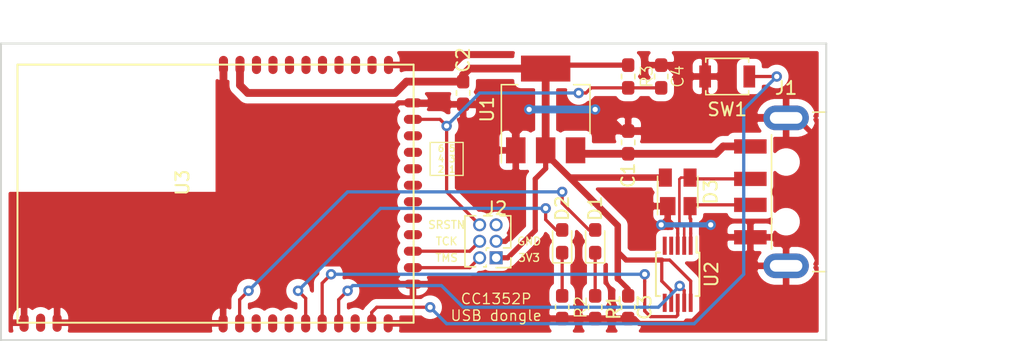
<source format=kicad_pcb>
(kicad_pcb (version 20171130) (host pcbnew "(5.1.5)-3")

  (general
    (thickness 1.6)
    (drawings 15)
    (tracks 208)
    (zones 0)
    (modules 16)
    (nets 40)
  )

  (page A4)
  (layers
    (0 F.Cu signal)
    (31 B.Cu signal)
    (32 B.Adhes user)
    (33 F.Adhes user)
    (34 B.Paste user)
    (35 F.Paste user)
    (36 B.SilkS user)
    (37 F.SilkS user)
    (38 B.Mask user)
    (39 F.Mask user)
    (40 Dwgs.User user)
    (41 Cmts.User user)
    (42 Eco1.User user)
    (43 Eco2.User user)
    (44 Edge.Cuts user)
    (45 Margin user)
    (46 B.CrtYd user)
    (47 F.CrtYd user)
    (48 B.Fab user)
    (49 F.Fab user)
  )

  (setup
    (last_trace_width 0.25)
    (trace_clearance 0.2)
    (zone_clearance 0.508)
    (zone_45_only no)
    (trace_min 0.2)
    (via_size 0.8)
    (via_drill 0.4)
    (via_min_size 0.4)
    (via_min_drill 0.3)
    (uvia_size 0.3)
    (uvia_drill 0.1)
    (uvias_allowed no)
    (uvia_min_size 0.2)
    (uvia_min_drill 0.1)
    (edge_width 0.15)
    (segment_width 0.2)
    (pcb_text_width 0.3)
    (pcb_text_size 1.5 1.5)
    (mod_edge_width 0.15)
    (mod_text_size 1 1)
    (mod_text_width 0.15)
    (pad_size 0.7 1.4)
    (pad_drill 0)
    (pad_to_mask_clearance 0.051)
    (solder_mask_min_width 0.25)
    (aux_axis_origin 0 0)
    (visible_elements 7FFFFFFF)
    (pcbplotparams
      (layerselection 0x010fc_ffffffff)
      (usegerberextensions false)
      (usegerberattributes false)
      (usegerberadvancedattributes false)
      (creategerberjobfile false)
      (excludeedgelayer false)
      (linewidth 0.100000)
      (plotframeref false)
      (viasonmask false)
      (mode 1)
      (useauxorigin true)
      (hpglpennumber 1)
      (hpglpenspeed 20)
      (hpglpendiameter 15.000000)
      (psnegative false)
      (psa4output false)
      (plotreference true)
      (plotvalue true)
      (plotinvisibletext false)
      (padsonsilk true)
      (subtractmaskfromsilk false)
      (outputformat 1)
      (mirror false)
      (drillshape 0)
      (scaleselection 1)
      (outputdirectory "plot/"))
  )

  (net 0 "")
  (net 1 GND)
  (net 2 VBUS)
  (net 3 +3V3)
  (net 4 "Net-(U2-Pad5)")
  (net 5 "Net-(U2-Pad6)")
  (net 6 "Net-(U2-Pad9)")
  (net 7 "Net-(U3-Pad20)")
  (net 8 "Net-(U3-Pad22)")
  (net 9 "Net-(U3-Pad21)")
  (net 10 "Net-(U3-Pad23)")
  (net 11 "Net-(U3-Pad24)")
  (net 12 "Net-(U3-Pad28)")
  (net 13 "Net-(U3-Pad29)")
  (net 14 "Net-(U3-Pad30)")
  (net 15 "Net-(U3-Pad31)")
  (net 16 "Net-(U3-Pad32)")
  (net 17 "Net-(U3-Pad33)")
  (net 18 "Net-(U3-Pad34)")
  (net 19 "Net-(U3-Pad35)")
  (net 20 "Net-(U3-Pad12)")
  (net 21 "Net-(U3-Pad8)")
  (net 22 "Net-(U3-Pad7)")
  (net 23 "Net-(U3-Pad2)")
  (net 24 /LED_RED)
  (net 25 /LED_GREEN)
  (net 26 "Net-(U2-Pad4)")
  (net 27 "Net-(U2-Pad8)")
  (net 28 "Net-(SW1-Pad2)")
  (net 29 /TMS)
  (net 30 /TCK)
  (net 31 /TDO)
  (net 32 /TDI)
  (net 33 /SRSTN)
  (net 34 "Net-(D1-Pad1)")
  (net 35 "Net-(D2-Pad1)")
  (net 36 "Net-(J2-Pad5)")
  (net 37 "Net-(D3-Pad3)")
  (net 38 "Net-(D3-Pad2)")
  (net 39 "Net-(U3-Pad6)")

  (net_class Default "This is the default net class."
    (clearance 0.2)
    (trace_width 0.25)
    (via_dia 0.8)
    (via_drill 0.4)
    (uvia_dia 0.3)
    (uvia_drill 0.1)
    (add_net /LED_GREEN)
    (add_net /LED_RED)
    (add_net /SRSTN)
    (add_net /TCK)
    (add_net /TDI)
    (add_net /TDO)
    (add_net /TMS)
    (add_net "Net-(D1-Pad1)")
    (add_net "Net-(D2-Pad1)")
    (add_net "Net-(D3-Pad2)")
    (add_net "Net-(D3-Pad3)")
    (add_net "Net-(J2-Pad5)")
    (add_net "Net-(SW1-Pad2)")
    (add_net "Net-(U2-Pad4)")
    (add_net "Net-(U2-Pad5)")
    (add_net "Net-(U2-Pad6)")
    (add_net "Net-(U2-Pad8)")
    (add_net "Net-(U2-Pad9)")
    (add_net "Net-(U3-Pad12)")
    (add_net "Net-(U3-Pad2)")
    (add_net "Net-(U3-Pad20)")
    (add_net "Net-(U3-Pad21)")
    (add_net "Net-(U3-Pad22)")
    (add_net "Net-(U3-Pad23)")
    (add_net "Net-(U3-Pad24)")
    (add_net "Net-(U3-Pad28)")
    (add_net "Net-(U3-Pad29)")
    (add_net "Net-(U3-Pad30)")
    (add_net "Net-(U3-Pad31)")
    (add_net "Net-(U3-Pad32)")
    (add_net "Net-(U3-Pad33)")
    (add_net "Net-(U3-Pad34)")
    (add_net "Net-(U3-Pad35)")
    (add_net "Net-(U3-Pad6)")
    (add_net "Net-(U3-Pad7)")
    (add_net "Net-(U3-Pad8)")
  )

  (net_class 3V3 ""
    (clearance 0.2)
    (trace_width 0.4)
    (via_dia 0.8)
    (via_drill 0.4)
    (uvia_dia 0.3)
    (uvia_drill 0.1)
    (add_net +3V3)
  )

  (net_class GND ""
    (clearance 0.2)
    (trace_width 0.4)
    (via_dia 0.8)
    (via_drill 0.4)
    (uvia_dia 0.3)
    (uvia_drill 0.1)
    (add_net GND)
  )

  (net_class VBUS ""
    (clearance 0.2)
    (trace_width 0.4)
    (via_dia 0.8)
    (via_drill 0.4)
    (uvia_dia 0.3)
    (uvia_drill 0.1)
    (add_net VBUS)
  )

  (module Connector_PinHeader_1.27mm:PinHeader_2x03_P1.27mm_Vertical (layer F.Cu) (tedit 59FED6E3) (tstamp 5E766B37)
    (at 104.14 64.77 180)
    (descr "Through hole straight pin header, 2x03, 1.27mm pitch, double rows")
    (tags "Through hole pin header THT 2x03 1.27mm double row")
    (path /5E70DD3A)
    (fp_text reference J2 (at 0 3.81) (layer F.SilkS)
      (effects (font (size 1 1) (thickness 0.15)))
    )
    (fp_text value Conn_02x03_Odd_Even (at 1.27 7.41) (layer F.Fab)
      (effects (font (size 1 1) (thickness 0.15)))
    )
    (fp_text user %R (at 1.27 2.54 90) (layer F.Fab)
      (effects (font (size 1 1) (thickness 0.15)))
    )
    (fp_line (start 2.85 -1.15) (end -1.6 -1.15) (layer F.CrtYd) (width 0.05))
    (fp_line (start 2.85 3.7) (end 2.85 -1.15) (layer F.CrtYd) (width 0.05))
    (fp_line (start -1.6 3.7) (end 2.85 3.7) (layer F.CrtYd) (width 0.05))
    (fp_line (start -1.6 -1.15) (end -1.6 3.7) (layer F.CrtYd) (width 0.05))
    (fp_line (start -1.13 -0.76) (end 0 -0.76) (layer F.SilkS) (width 0.12))
    (fp_line (start -1.13 0) (end -1.13 -0.76) (layer F.SilkS) (width 0.12))
    (fp_line (start 1.57753 -0.695) (end 2.4 -0.695) (layer F.SilkS) (width 0.12))
    (fp_line (start 0.76 -0.695) (end 0.96247 -0.695) (layer F.SilkS) (width 0.12))
    (fp_line (start 0.76 -0.563471) (end 0.76 -0.695) (layer F.SilkS) (width 0.12))
    (fp_line (start 0.76 0.706529) (end 0.76 0.563471) (layer F.SilkS) (width 0.12))
    (fp_line (start 0.563471 0.76) (end 0.706529 0.76) (layer F.SilkS) (width 0.12))
    (fp_line (start -1.13 0.76) (end -0.563471 0.76) (layer F.SilkS) (width 0.12))
    (fp_line (start 2.4 -0.695) (end 2.4 3.235) (layer F.SilkS) (width 0.12))
    (fp_line (start -1.13 0.76) (end -1.13 3.235) (layer F.SilkS) (width 0.12))
    (fp_line (start 0.30753 3.235) (end 0.96247 3.235) (layer F.SilkS) (width 0.12))
    (fp_line (start 1.57753 3.235) (end 2.4 3.235) (layer F.SilkS) (width 0.12))
    (fp_line (start -1.13 3.235) (end -0.30753 3.235) (layer F.SilkS) (width 0.12))
    (fp_line (start -1.07 0.2175) (end -0.2175 -0.635) (layer F.Fab) (width 0.1))
    (fp_line (start -1.07 3.175) (end -1.07 0.2175) (layer F.Fab) (width 0.1))
    (fp_line (start 2.34 3.175) (end -1.07 3.175) (layer F.Fab) (width 0.1))
    (fp_line (start 2.34 -0.635) (end 2.34 3.175) (layer F.Fab) (width 0.1))
    (fp_line (start -0.2175 -0.635) (end 2.34 -0.635) (layer F.Fab) (width 0.1))
    (pad 6 thru_hole oval (at 1.27 2.54 180) (size 1 1) (drill 0.65) (layers *.Cu *.Mask)
      (net 33 /SRSTN))
    (pad 5 thru_hole oval (at 0 2.54 180) (size 1 1) (drill 0.65) (layers *.Cu *.Mask)
      (net 36 "Net-(J2-Pad5)"))
    (pad 4 thru_hole oval (at 1.27 1.27 180) (size 1 1) (drill 0.65) (layers *.Cu *.Mask)
      (net 30 /TCK))
    (pad 3 thru_hole oval (at 0 1.27 180) (size 1 1) (drill 0.65) (layers *.Cu *.Mask)
      (net 1 GND))
    (pad 2 thru_hole oval (at 1.27 0 180) (size 1 1) (drill 0.65) (layers *.Cu *.Mask)
      (net 29 /TMS))
    (pad 1 thru_hole rect (at 0 0 180) (size 1 1) (drill 0.65) (layers *.Cu *.Mask)
      (net 3 +3V3))
    (model ${KISYS3DMOD}/Connector_PinHeader_1.27mm.3dshapes/PinHeader_2x03_P1.27mm_Vertical.wrl
      (at (xyz 0 0 0))
      (scale (xyz 1 1 1))
      (rotate (xyz 0 0 0))
    )
  )

  (module Package_SO:MSOP-10_3x3mm_P0.5mm (layer F.Cu) (tedit 5A02F25C) (tstamp 5E96683E)
    (at 118.11 66.04 270)
    (descr "10-Lead Plastic Micro Small Outline Package (MS) [MSOP] (see Microchip Packaging Specification 00000049BS.pdf)")
    (tags "SSOP 0.5")
    (path /5E5E1F15)
    (attr smd)
    (fp_text reference U2 (at 0 -2.6 270) (layer F.SilkS)
      (effects (font (size 1 1) (thickness 0.15)))
    )
    (fp_text value CH304E (at 0 2.6 270) (layer F.Fab)
      (effects (font (size 1 1) (thickness 0.15)))
    )
    (fp_text user %R (at 0 0 270) (layer F.Fab)
      (effects (font (size 0.6 0.6) (thickness 0.15)))
    )
    (fp_line (start -1.675 -1.45) (end -2.9 -1.45) (layer F.SilkS) (width 0.15))
    (fp_line (start -1.675 1.675) (end 1.675 1.675) (layer F.SilkS) (width 0.15))
    (fp_line (start -1.675 -1.675) (end 1.675 -1.675) (layer F.SilkS) (width 0.15))
    (fp_line (start -1.675 1.675) (end -1.675 1.375) (layer F.SilkS) (width 0.15))
    (fp_line (start 1.675 1.675) (end 1.675 1.375) (layer F.SilkS) (width 0.15))
    (fp_line (start 1.675 -1.675) (end 1.675 -1.375) (layer F.SilkS) (width 0.15))
    (fp_line (start -1.675 -1.675) (end -1.675 -1.45) (layer F.SilkS) (width 0.15))
    (fp_line (start -3.15 1.85) (end 3.15 1.85) (layer F.CrtYd) (width 0.05))
    (fp_line (start -3.15 -1.85) (end 3.15 -1.85) (layer F.CrtYd) (width 0.05))
    (fp_line (start 3.15 -1.85) (end 3.15 1.85) (layer F.CrtYd) (width 0.05))
    (fp_line (start -3.15 -1.85) (end -3.15 1.85) (layer F.CrtYd) (width 0.05))
    (fp_line (start -1.5 -0.5) (end -0.5 -1.5) (layer F.Fab) (width 0.15))
    (fp_line (start -1.5 1.5) (end -1.5 -0.5) (layer F.Fab) (width 0.15))
    (fp_line (start 1.5 1.5) (end -1.5 1.5) (layer F.Fab) (width 0.15))
    (fp_line (start 1.5 -1.5) (end 1.5 1.5) (layer F.Fab) (width 0.15))
    (fp_line (start -0.5 -1.5) (end 1.5 -1.5) (layer F.Fab) (width 0.15))
    (pad 10 smd rect (at 2.2 -1 270) (size 1.4 0.3) (layers F.Cu F.Paste F.Mask)
      (net 3 +3V3))
    (pad 9 smd rect (at 2.2 -0.5 270) (size 1.4 0.3) (layers F.Cu F.Paste F.Mask)
      (net 6 "Net-(U2-Pad9)"))
    (pad 8 smd rect (at 2.2 0 270) (size 1.4 0.3) (layers F.Cu F.Paste F.Mask)
      (net 27 "Net-(U2-Pad8)"))
    (pad 7 smd rect (at 2.2 0.5 270) (size 1.4 0.3) (layers F.Cu F.Paste F.Mask)
      (net 3 +3V3))
    (pad 6 smd rect (at 2.2 1 270) (size 1.4 0.3) (layers F.Cu F.Paste F.Mask)
      (net 5 "Net-(U2-Pad6)"))
    (pad 5 smd rect (at -2.2 1 270) (size 1.4 0.3) (layers F.Cu F.Paste F.Mask)
      (net 4 "Net-(U2-Pad5)"))
    (pad 4 smd rect (at -2.2 0.5 270) (size 1.4 0.3) (layers F.Cu F.Paste F.Mask)
      (net 26 "Net-(U2-Pad4)"))
    (pad 3 smd rect (at -2.2 0 270) (size 1.4 0.3) (layers F.Cu F.Paste F.Mask)
      (net 1 GND))
    (pad 2 smd rect (at -2.2 -0.5 270) (size 1.4 0.3) (layers F.Cu F.Paste F.Mask)
      (net 37 "Net-(D3-Pad3)"))
    (pad 1 smd rect (at -2.2 -1 270) (size 1.4 0.3) (layers F.Cu F.Paste F.Mask)
      (net 38 "Net-(D3-Pad2)"))
    (model ${KISYS3DMOD}/Package_SO.3dshapes/MSOP-10_3x3mm_P0.5mm.wrl
      (at (xyz 0 0 0))
      (scale (xyz 1 1 1))
      (rotate (xyz 0 0 0))
    )
  )

  (module Button_Switch_SMD:SW_SPST_B3U-1000P (layer F.Cu) (tedit 5A02FC95) (tstamp 5E7AFF4B)
    (at 121.92 50.8)
    (descr "Ultra-small-sized Tactile Switch with High Contact Reliability, Top-actuated Model, without Ground Terminal, without Boss")
    (tags "Tactile Switch")
    (path /5E6D6FDB)
    (attr smd)
    (fp_text reference SW1 (at 0 2.54 180) (layer F.SilkS)
      (effects (font (size 1 1) (thickness 0.15)))
    )
    (fp_text value SW_Push (at 0 2.5 180) (layer F.Fab)
      (effects (font (size 1 1) (thickness 0.15)))
    )
    (fp_circle (center 0 0) (end 0.75 0) (layer F.Fab) (width 0.1))
    (fp_line (start -1.5 1.25) (end -1.5 -1.25) (layer F.Fab) (width 0.1))
    (fp_line (start 1.5 1.25) (end -1.5 1.25) (layer F.Fab) (width 0.1))
    (fp_line (start 1.5 -1.25) (end 1.5 1.25) (layer F.Fab) (width 0.1))
    (fp_line (start -1.5 -1.25) (end 1.5 -1.25) (layer F.Fab) (width 0.1))
    (fp_line (start 1.65 -1.4) (end 1.65 -1.1) (layer F.SilkS) (width 0.12))
    (fp_line (start -1.65 -1.4) (end 1.65 -1.4) (layer F.SilkS) (width 0.12))
    (fp_line (start -1.65 -1.1) (end -1.65 -1.4) (layer F.SilkS) (width 0.12))
    (fp_line (start 1.65 1.4) (end 1.65 1.1) (layer F.SilkS) (width 0.12))
    (fp_line (start -1.65 1.4) (end 1.65 1.4) (layer F.SilkS) (width 0.12))
    (fp_line (start -1.65 1.1) (end -1.65 1.4) (layer F.SilkS) (width 0.12))
    (fp_line (start -2.4 -1.65) (end -2.4 1.65) (layer F.CrtYd) (width 0.05))
    (fp_line (start 2.4 -1.65) (end -2.4 -1.65) (layer F.CrtYd) (width 0.05))
    (fp_line (start 2.4 1.65) (end 2.4 -1.65) (layer F.CrtYd) (width 0.05))
    (fp_line (start -2.4 1.65) (end 2.4 1.65) (layer F.CrtYd) (width 0.05))
    (fp_text user %R (at 0 2.54 180) (layer F.Fab)
      (effects (font (size 1 1) (thickness 0.15)))
    )
    (pad 2 smd rect (at 1.7 0) (size 0.9 1.7) (layers F.Cu F.Paste F.Mask)
      (net 28 "Net-(SW1-Pad2)"))
    (pad 1 smd rect (at -1.7 0) (size 0.9 1.7) (layers F.Cu F.Paste F.Mask)
      (net 1 GND))
    (model ${KISYS3DMOD}/Button_Switch_SMD.3dshapes/SW_SPST_B3U-1000P.wrl
      (at (xyz 0 0 0))
      (scale (xyz 1 1 1))
      (rotate (xyz 0 0 0))
    )
  )

  (module Package_TO_SOT_SMD:SOT-143 (layer F.Cu) (tedit 5A02FF57) (tstamp 5E73EE08)
    (at 118.11 59.69 90)
    (descr SOT-143)
    (tags SOT-143)
    (path /5E716300)
    (attr smd)
    (fp_text reference D3 (at 0 2.54 90) (layer F.SilkS)
      (effects (font (size 1 1) (thickness 0.15)))
    )
    (fp_text value PRTR5V0U2X (at -0.28 2.48 90) (layer F.Fab)
      (effects (font (size 1 1) (thickness 0.15)))
    )
    (fp_line (start -2.05 1.75) (end -2.05 -1.75) (layer F.CrtYd) (width 0.05))
    (fp_line (start -2.05 1.75) (end 2.05 1.75) (layer F.CrtYd) (width 0.05))
    (fp_line (start 2.05 -1.75) (end -2.05 -1.75) (layer F.CrtYd) (width 0.05))
    (fp_line (start 2.05 -1.75) (end 2.05 1.75) (layer F.CrtYd) (width 0.05))
    (fp_line (start 1.2 -1.5) (end 1.2 1.5) (layer F.Fab) (width 0.1))
    (fp_line (start 1.2 1.5) (end -1.2 1.5) (layer F.Fab) (width 0.1))
    (fp_line (start -1.2 1.5) (end -1.2 -1) (layer F.Fab) (width 0.1))
    (fp_line (start -0.7 -1.5) (end 1.2 -1.5) (layer F.Fab) (width 0.1))
    (fp_line (start -1.2 -1) (end -0.7 -1.5) (layer F.Fab) (width 0.1))
    (fp_line (start 1.2 -1.55) (end -1.75 -1.55) (layer F.SilkS) (width 0.12))
    (fp_line (start -1.2 1.55) (end 1.2 1.55) (layer F.SilkS) (width 0.12))
    (fp_text user %R (at 0 0) (layer F.Fab)
      (effects (font (size 0.5 0.5) (thickness 0.075)))
    )
    (pad 4 smd rect (at 1.1 -0.95) (size 1 1.4) (layers F.Cu F.Paste F.Mask)
      (net 3 +3V3))
    (pad 3 smd rect (at 1.1 0.95) (size 1 1.4) (layers F.Cu F.Paste F.Mask)
      (net 37 "Net-(D3-Pad3)"))
    (pad 2 smd rect (at -1.1 0.95) (size 1 1.4) (layers F.Cu F.Paste F.Mask)
      (net 38 "Net-(D3-Pad2)"))
    (pad 1 smd rect (at -1.1 -0.77) (size 1.2 1.4) (layers F.Cu F.Paste F.Mask)
      (net 1 GND))
    (model ${KISYS3DMOD}/Package_TO_SOT_SMD.3dshapes/SOT-143.wrl
      (at (xyz 0 0 0))
      (scale (xyz 1 1 1))
      (rotate (xyz 0 0 0))
    )
  )

  (module Capacitor_SMD:C_0603_1608Metric_Pad1.05x0.95mm_HandSolder (layer F.Cu) (tedit 5B301BBE) (tstamp 5E719154)
    (at 114.3 55.88 90)
    (descr "Capacitor SMD 0603 (1608 Metric), square (rectangular) end terminal, IPC_7351 nominal with elongated pad for handsoldering. (Body size source: http://www.tortai-tech.com/upload/download/2011102023233369053.pdf), generated with kicad-footprint-generator")
    (tags "capacitor handsolder")
    (path /5E58D2C5)
    (attr smd)
    (fp_text reference C1 (at -2.54 0 270) (layer F.SilkS)
      (effects (font (size 1 1) (thickness 0.15)))
    )
    (fp_text value 100nF (at 0 1.43 270) (layer F.Fab)
      (effects (font (size 1 1) (thickness 0.15)))
    )
    (fp_text user %R (at 0 0 270) (layer F.Fab)
      (effects (font (size 0.4 0.4) (thickness 0.06)))
    )
    (fp_line (start 1.65 0.73) (end -1.65 0.73) (layer F.CrtYd) (width 0.05))
    (fp_line (start 1.65 -0.73) (end 1.65 0.73) (layer F.CrtYd) (width 0.05))
    (fp_line (start -1.65 -0.73) (end 1.65 -0.73) (layer F.CrtYd) (width 0.05))
    (fp_line (start -1.65 0.73) (end -1.65 -0.73) (layer F.CrtYd) (width 0.05))
    (fp_line (start -0.171267 0.51) (end 0.171267 0.51) (layer F.SilkS) (width 0.12))
    (fp_line (start -0.171267 -0.51) (end 0.171267 -0.51) (layer F.SilkS) (width 0.12))
    (fp_line (start 0.8 0.4) (end -0.8 0.4) (layer F.Fab) (width 0.1))
    (fp_line (start 0.8 -0.4) (end 0.8 0.4) (layer F.Fab) (width 0.1))
    (fp_line (start -0.8 -0.4) (end 0.8 -0.4) (layer F.Fab) (width 0.1))
    (fp_line (start -0.8 0.4) (end -0.8 -0.4) (layer F.Fab) (width 0.1))
    (pad 2 smd roundrect (at 0.875 0 90) (size 1.05 0.95) (layers F.Cu F.Paste F.Mask) (roundrect_rratio 0.25)
      (net 1 GND))
    (pad 1 smd roundrect (at -0.875 0 90) (size 1.05 0.95) (layers F.Cu F.Paste F.Mask) (roundrect_rratio 0.25)
      (net 2 VBUS))
    (model ${KISYS3DMOD}/Capacitor_SMD.3dshapes/C_0603_1608Metric.wrl
      (at (xyz 0 0 0))
      (scale (xyz 1 1 1))
      (rotate (xyz 0 0 0))
    )
  )

  (module Capacitor_SMD:C_0603_1608Metric_Pad1.05x0.95mm_HandSolder (layer F.Cu) (tedit 5B301BBE) (tstamp 5E96676E)
    (at 114.3 68.58 270)
    (descr "Capacitor SMD 0603 (1608 Metric), square (rectangular) end terminal, IPC_7351 nominal with elongated pad for handsoldering. (Body size source: http://www.tortai-tech.com/upload/download/2011102023233369053.pdf), generated with kicad-footprint-generator")
    (tags "capacitor handsolder")
    (path /5E59C736)
    (attr smd)
    (fp_text reference C3 (at 0 -1.27 90) (layer F.SilkS)
      (effects (font (size 1 1) (thickness 0.15)))
    )
    (fp_text value 100nF (at 0 1.43 90) (layer F.Fab)
      (effects (font (size 1 1) (thickness 0.15)))
    )
    (fp_text user %R (at 0 0 90) (layer F.Fab)
      (effects (font (size 0.4 0.4) (thickness 0.06)))
    )
    (fp_line (start 1.65 0.73) (end -1.65 0.73) (layer F.CrtYd) (width 0.05))
    (fp_line (start 1.65 -0.73) (end 1.65 0.73) (layer F.CrtYd) (width 0.05))
    (fp_line (start -1.65 -0.73) (end 1.65 -0.73) (layer F.CrtYd) (width 0.05))
    (fp_line (start -1.65 0.73) (end -1.65 -0.73) (layer F.CrtYd) (width 0.05))
    (fp_line (start -0.171267 0.51) (end 0.171267 0.51) (layer F.SilkS) (width 0.12))
    (fp_line (start -0.171267 -0.51) (end 0.171267 -0.51) (layer F.SilkS) (width 0.12))
    (fp_line (start 0.8 0.4) (end -0.8 0.4) (layer F.Fab) (width 0.1))
    (fp_line (start 0.8 -0.4) (end 0.8 0.4) (layer F.Fab) (width 0.1))
    (fp_line (start -0.8 -0.4) (end 0.8 -0.4) (layer F.Fab) (width 0.1))
    (fp_line (start -0.8 0.4) (end -0.8 -0.4) (layer F.Fab) (width 0.1))
    (pad 2 smd roundrect (at 0.875 0 270) (size 1.05 0.95) (layers F.Cu F.Paste F.Mask) (roundrect_rratio 0.25)
      (net 1 GND))
    (pad 1 smd roundrect (at -0.875 0 270) (size 1.05 0.95) (layers F.Cu F.Paste F.Mask) (roundrect_rratio 0.25)
      (net 3 +3V3))
    (model ${KISYS3DMOD}/Capacitor_SMD.3dshapes/C_0603_1608Metric.wrl
      (at (xyz 0 0 0))
      (scale (xyz 1 1 1))
      (rotate (xyz 0 0 0))
    )
  )

  (module LED_SMD:LED_0603_1608Metric_Pad1.05x0.95mm_HandSolder (layer F.Cu) (tedit 5B4B45C9) (tstamp 5E976DDD)
    (at 111.76 63.5 90)
    (descr "LED SMD 0603 (1608 Metric), square (rectangular) end terminal, IPC_7351 nominal, (Body size source: http://www.tortai-tech.com/upload/download/2011102023233369053.pdf), generated with kicad-footprint-generator")
    (tags "LED handsolder")
    (path /5E59D6FA)
    (attr smd)
    (fp_text reference D1 (at 2.54 0 90) (layer F.SilkS)
      (effects (font (size 1 1) (thickness 0.15)))
    )
    (fp_text value GREEN (at 0 1.43 90) (layer F.Fab)
      (effects (font (size 1 1) (thickness 0.15)))
    )
    (fp_line (start 0.8 -0.4) (end -0.5 -0.4) (layer F.Fab) (width 0.1))
    (fp_line (start -0.5 -0.4) (end -0.8 -0.1) (layer F.Fab) (width 0.1))
    (fp_line (start -0.8 -0.1) (end -0.8 0.4) (layer F.Fab) (width 0.1))
    (fp_line (start -0.8 0.4) (end 0.8 0.4) (layer F.Fab) (width 0.1))
    (fp_line (start 0.8 0.4) (end 0.8 -0.4) (layer F.Fab) (width 0.1))
    (fp_line (start 0.8 -0.735) (end -1.66 -0.735) (layer F.SilkS) (width 0.12))
    (fp_line (start -1.66 -0.735) (end -1.66 0.735) (layer F.SilkS) (width 0.12))
    (fp_line (start -1.66 0.735) (end 0.8 0.735) (layer F.SilkS) (width 0.12))
    (fp_line (start -1.65 0.73) (end -1.65 -0.73) (layer F.CrtYd) (width 0.05))
    (fp_line (start -1.65 -0.73) (end 1.65 -0.73) (layer F.CrtYd) (width 0.05))
    (fp_line (start 1.65 -0.73) (end 1.65 0.73) (layer F.CrtYd) (width 0.05))
    (fp_line (start 1.65 0.73) (end -1.65 0.73) (layer F.CrtYd) (width 0.05))
    (fp_text user %R (at 0 0 90) (layer F.Fab)
      (effects (font (size 0.4 0.4) (thickness 0.06)))
    )
    (pad 1 smd roundrect (at -0.875 0 90) (size 1.05 0.95) (layers F.Cu F.Paste F.Mask) (roundrect_rratio 0.25)
      (net 34 "Net-(D1-Pad1)"))
    (pad 2 smd roundrect (at 0.875 0 90) (size 1.05 0.95) (layers F.Cu F.Paste F.Mask) (roundrect_rratio 0.25)
      (net 25 /LED_GREEN))
    (model ${KISYS3DMOD}/LED_SMD.3dshapes/LED_0603_1608Metric.wrl
      (at (xyz 0 0 0))
      (scale (xyz 1 1 1))
      (rotate (xyz 0 0 0))
    )
  )

  (module LED_SMD:LED_0603_1608Metric_Pad1.05x0.95mm_HandSolder (layer F.Cu) (tedit 5B4B45C9) (tstamp 5E9667A5)
    (at 109.22 63.5 90)
    (descr "LED SMD 0603 (1608 Metric), square (rectangular) end terminal, IPC_7351 nominal, (Body size source: http://www.tortai-tech.com/upload/download/2011102023233369053.pdf), generated with kicad-footprint-generator")
    (tags "LED handsolder")
    (path /5E59D79A)
    (attr smd)
    (fp_text reference D2 (at 2.54 0 90) (layer F.SilkS)
      (effects (font (size 1 1) (thickness 0.15)))
    )
    (fp_text value RED (at 0 1.43 90) (layer F.Fab)
      (effects (font (size 1 1) (thickness 0.15)))
    )
    (fp_text user %R (at 0 0 90) (layer F.Fab)
      (effects (font (size 0.4 0.4) (thickness 0.06)))
    )
    (fp_line (start 1.65 0.73) (end -1.65 0.73) (layer F.CrtYd) (width 0.05))
    (fp_line (start 1.65 -0.73) (end 1.65 0.73) (layer F.CrtYd) (width 0.05))
    (fp_line (start -1.65 -0.73) (end 1.65 -0.73) (layer F.CrtYd) (width 0.05))
    (fp_line (start -1.65 0.73) (end -1.65 -0.73) (layer F.CrtYd) (width 0.05))
    (fp_line (start -1.66 0.735) (end 0.8 0.735) (layer F.SilkS) (width 0.12))
    (fp_line (start -1.66 -0.735) (end -1.66 0.735) (layer F.SilkS) (width 0.12))
    (fp_line (start 0.8 -0.735) (end -1.66 -0.735) (layer F.SilkS) (width 0.12))
    (fp_line (start 0.8 0.4) (end 0.8 -0.4) (layer F.Fab) (width 0.1))
    (fp_line (start -0.8 0.4) (end 0.8 0.4) (layer F.Fab) (width 0.1))
    (fp_line (start -0.8 -0.1) (end -0.8 0.4) (layer F.Fab) (width 0.1))
    (fp_line (start -0.5 -0.4) (end -0.8 -0.1) (layer F.Fab) (width 0.1))
    (fp_line (start 0.8 -0.4) (end -0.5 -0.4) (layer F.Fab) (width 0.1))
    (pad 2 smd roundrect (at 0.875 0 90) (size 1.05 0.95) (layers F.Cu F.Paste F.Mask) (roundrect_rratio 0.25)
      (net 24 /LED_RED))
    (pad 1 smd roundrect (at -0.875 0 90) (size 1.05 0.95) (layers F.Cu F.Paste F.Mask) (roundrect_rratio 0.25)
      (net 35 "Net-(D2-Pad1)"))
    (model ${KISYS3DMOD}/LED_SMD.3dshapes/LED_0603_1608Metric.wrl
      (at (xyz 0 0 0))
      (scale (xyz 1 1 1))
      (rotate (xyz 0 0 0))
    )
  )

  (module Connector_USB:USB_A_CNCTech_1001-011-01101_Horizontal (layer F.Cu) (tedit 5AFEF547) (tstamp 5E9667D5)
    (at 133.35 59.69)
    (descr http://cnctech.us/pdfs/1001-011-01101.pdf)
    (tags USB-A)
    (path /5E72851F)
    (attr smd)
    (fp_text reference J1 (at -6.9 -8) (layer F.SilkS)
      (effects (font (size 1 1) (thickness 0.15)))
    )
    (fp_text value USB_A (at 0 8 180) (layer F.Fab)
      (effects (font (size 1 1) (thickness 0.15)))
    )
    (fp_line (start -7.9 6.025) (end -7.9 -6.025) (layer F.Fab) (width 0.1))
    (fp_line (start -7.9 -6.025) (end 10.9 -6.025) (layer F.Fab) (width 0.1))
    (fp_line (start -7.9 6.025) (end 10.9 6.025) (layer F.Fab) (width 0.1))
    (fp_line (start 10.9 6.025) (end 10.9 -6.025) (layer F.Fab) (width 0.1))
    (fp_line (start -10.4 3.75) (end -10.4 3.25) (layer F.Fab) (width 0.1))
    (fp_line (start -10.4 3.25) (end -7.9 3.25) (layer F.Fab) (width 0.1))
    (fp_line (start -10.4 3.75) (end -7.9 3.75) (layer F.Fab) (width 0.1))
    (fp_line (start -10.4 0.75) (end -7.9 0.75) (layer F.Fab) (width 0.1))
    (fp_line (start -10.4 1.25) (end -10.4 0.75) (layer F.Fab) (width 0.1))
    (fp_line (start -10.4 1.25) (end -7.9 1.25) (layer F.Fab) (width 0.1))
    (fp_line (start -10.4 -0.75) (end -10.4 -1.25) (layer F.Fab) (width 0.1))
    (fp_line (start -10.4 -0.75) (end -7.9 -0.75) (layer F.Fab) (width 0.1))
    (fp_line (start -10.4 -1.25) (end -7.9 -1.25) (layer F.Fab) (width 0.1))
    (fp_line (start -10.4 -3.75) (end -7.9 -3.75) (layer F.Fab) (width 0.1))
    (fp_line (start -10.4 -3.25) (end -10.4 -3.75) (layer F.Fab) (width 0.1))
    (fp_line (start -10.4 -3.25) (end -7.9 -3.25) (layer F.Fab) (width 0.1))
    (fp_circle (center -6.9 -2.3) (end -6.9 -2.8) (layer F.Fab) (width 0.1))
    (fp_circle (center -6.9 2.3) (end -6.9 2.8) (layer F.Fab) (width 0.1))
    (fp_line (start -8.02 -4.4) (end -8.02 4.4) (layer F.SilkS) (width 0.12))
    (fp_line (start -3.8 6.025) (end -3.8 -6.025) (layer Dwgs.User) (width 0.1))
    (fp_text user "PCB Edge" (at -4.55 -0.05 90) (layer Dwgs.User)
      (effects (font (size 0.6 0.6) (thickness 0.09)))
    )
    (fp_line (start -4.85 -6.145) (end -3.8 -6.145) (layer F.SilkS) (width 0.12))
    (fp_line (start -4.85 6.145) (end -3.8 6.145) (layer F.SilkS) (width 0.12))
    (fp_line (start -11.4 4.55) (end -11.4 -4.55) (layer F.CrtYd) (width 0.05))
    (fp_line (start -11.4 -4.55) (end -9.15 -4.55) (layer F.CrtYd) (width 0.05))
    (fp_line (start -9.15 -7.15) (end -9.15 -4.55) (layer F.CrtYd) (width 0.05))
    (fp_line (start -9.15 -7.15) (end -4.65 -7.15) (layer F.CrtYd) (width 0.05))
    (fp_line (start -4.65 -6.52) (end -4.65 -7.15) (layer F.CrtYd) (width 0.05))
    (fp_line (start -4.65 -6.52) (end 11.4 -6.52) (layer F.CrtYd) (width 0.05))
    (fp_line (start 11.4 6.52) (end 11.4 -6.52) (layer F.CrtYd) (width 0.05))
    (fp_text user %R (at -6 0 90) (layer F.Fab)
      (effects (font (size 1 1) (thickness 0.15)))
    )
    (fp_line (start -4.65 6.52) (end 11.4 6.52) (layer F.CrtYd) (width 0.05))
    (fp_line (start -4.65 7.15) (end -4.65 6.52) (layer F.CrtYd) (width 0.05))
    (fp_line (start -9.15 7.15) (end -4.65 7.15) (layer F.CrtYd) (width 0.05))
    (fp_line (start -9.15 4.55) (end -9.15 7.15) (layer F.CrtYd) (width 0.05))
    (fp_line (start -11.4 4.55) (end -9.15 4.55) (layer F.CrtYd) (width 0.05))
    (pad 2 smd rect (at -9.65 -1) (size 2.5 1.1) (layers F.Cu F.Paste F.Mask)
      (net 37 "Net-(D3-Pad3)"))
    (pad 3 smd rect (at -9.65 1) (size 2.5 1.1) (layers F.Cu F.Paste F.Mask)
      (net 38 "Net-(D3-Pad2)"))
    (pad 1 smd rect (at -9.65 -3.5) (size 2.5 1.1) (layers F.Cu F.Paste F.Mask)
      (net 2 VBUS))
    (pad 4 smd rect (at -9.65 3.5) (size 2.5 1.1) (layers F.Cu F.Paste F.Mask)
      (net 1 GND))
    (pad 5 thru_hole oval (at -6.9 -5.7) (size 3.5 1.9) (drill oval 2.5 0.9) (layers *.Cu *.Mask)
      (net 1 GND))
    (pad 5 thru_hole oval (at -6.9 5.7) (size 3.5 1.9) (drill oval 2.5 0.9) (layers *.Cu *.Mask)
      (net 1 GND))
    (pad "" np_thru_hole circle (at -6.9 -2.3) (size 1.1 1.1) (drill 1.1) (layers *.Cu *.Mask))
    (pad "" np_thru_hole circle (at -6.9 2.3) (size 1.1 1.1) (drill 1.1) (layers *.Cu *.Mask))
    (model ${KISYS3DMOD}/Connector_USB.3dshapes/USB_A_CNCTech_1001-011-01101_Horizontal.wrl
      (at (xyz 0 0 0))
      (scale (xyz 1 1 1))
      (rotate (xyz 0 0 0))
    )
  )

  (module Resistor_SMD:R_0603_1608Metric_Pad1.05x0.95mm_HandSolder (layer F.Cu) (tedit 5B301BBD) (tstamp 5E9667E6)
    (at 111.76 68.58 270)
    (descr "Resistor SMD 0603 (1608 Metric), square (rectangular) end terminal, IPC_7351 nominal with elongated pad for handsoldering. (Body size source: http://www.tortai-tech.com/upload/download/2011102023233369053.pdf), generated with kicad-footprint-generator")
    (tags "resistor handsolder")
    (path /5E59D0FB)
    (attr smd)
    (fp_text reference R1 (at 0 -1.43 270) (layer F.SilkS)
      (effects (font (size 1 1) (thickness 0.15)))
    )
    (fp_text value 470 (at 0 1.43 270) (layer F.Fab)
      (effects (font (size 1 1) (thickness 0.15)))
    )
    (fp_line (start -0.8 0.4) (end -0.8 -0.4) (layer F.Fab) (width 0.1))
    (fp_line (start -0.8 -0.4) (end 0.8 -0.4) (layer F.Fab) (width 0.1))
    (fp_line (start 0.8 -0.4) (end 0.8 0.4) (layer F.Fab) (width 0.1))
    (fp_line (start 0.8 0.4) (end -0.8 0.4) (layer F.Fab) (width 0.1))
    (fp_line (start -0.171267 -0.51) (end 0.171267 -0.51) (layer F.SilkS) (width 0.12))
    (fp_line (start -0.171267 0.51) (end 0.171267 0.51) (layer F.SilkS) (width 0.12))
    (fp_line (start -1.65 0.73) (end -1.65 -0.73) (layer F.CrtYd) (width 0.05))
    (fp_line (start -1.65 -0.73) (end 1.65 -0.73) (layer F.CrtYd) (width 0.05))
    (fp_line (start 1.65 -0.73) (end 1.65 0.73) (layer F.CrtYd) (width 0.05))
    (fp_line (start 1.65 0.73) (end -1.65 0.73) (layer F.CrtYd) (width 0.05))
    (fp_text user %R (at 0 0 90) (layer F.Fab)
      (effects (font (size 0.4 0.4) (thickness 0.06)))
    )
    (pad 1 smd roundrect (at -0.875 0 270) (size 1.05 0.95) (layers F.Cu F.Paste F.Mask) (roundrect_rratio 0.25)
      (net 34 "Net-(D1-Pad1)"))
    (pad 2 smd roundrect (at 0.875 0 270) (size 1.05 0.95) (layers F.Cu F.Paste F.Mask) (roundrect_rratio 0.25)
      (net 1 GND))
    (model ${KISYS3DMOD}/Resistor_SMD.3dshapes/R_0603_1608Metric.wrl
      (at (xyz 0 0 0))
      (scale (xyz 1 1 1))
      (rotate (xyz 0 0 0))
    )
  )

  (module Resistor_SMD:R_0603_1608Metric_Pad1.05x0.95mm_HandSolder (layer F.Cu) (tedit 5B301BBD) (tstamp 5E9680DC)
    (at 109.22 68.58 270)
    (descr "Resistor SMD 0603 (1608 Metric), square (rectangular) end terminal, IPC_7351 nominal with elongated pad for handsoldering. (Body size source: http://www.tortai-tech.com/upload/download/2011102023233369053.pdf), generated with kicad-footprint-generator")
    (tags "resistor handsolder")
    (path /5E59D696)
    (attr smd)
    (fp_text reference R2 (at 0 -1.43 270) (layer F.SilkS)
      (effects (font (size 0.9 0.9) (thickness 0.1)))
    )
    (fp_text value 470 (at 0 1.43 270) (layer F.Fab)
      (effects (font (size 1 1) (thickness 0.15)))
    )
    (fp_text user %R (at 0 0 90) (layer F.Fab)
      (effects (font (size 0.4 0.4) (thickness 0.06)))
    )
    (fp_line (start 1.65 0.73) (end -1.65 0.73) (layer F.CrtYd) (width 0.05))
    (fp_line (start 1.65 -0.73) (end 1.65 0.73) (layer F.CrtYd) (width 0.05))
    (fp_line (start -1.65 -0.73) (end 1.65 -0.73) (layer F.CrtYd) (width 0.05))
    (fp_line (start -1.65 0.73) (end -1.65 -0.73) (layer F.CrtYd) (width 0.05))
    (fp_line (start -0.171267 0.51) (end 0.171267 0.51) (layer F.SilkS) (width 0.12))
    (fp_line (start -0.171267 -0.51) (end 0.171267 -0.51) (layer F.SilkS) (width 0.12))
    (fp_line (start 0.8 0.4) (end -0.8 0.4) (layer F.Fab) (width 0.1))
    (fp_line (start 0.8 -0.4) (end 0.8 0.4) (layer F.Fab) (width 0.1))
    (fp_line (start -0.8 -0.4) (end 0.8 -0.4) (layer F.Fab) (width 0.1))
    (fp_line (start -0.8 0.4) (end -0.8 -0.4) (layer F.Fab) (width 0.1))
    (pad 2 smd roundrect (at 0.875 0 270) (size 1.05 0.95) (layers F.Cu F.Paste F.Mask) (roundrect_rratio 0.25)
      (net 1 GND))
    (pad 1 smd roundrect (at -0.875 0 270) (size 1.05 0.95) (layers F.Cu F.Paste F.Mask) (roundrect_rratio 0.25)
      (net 35 "Net-(D2-Pad1)"))
    (model ${KISYS3DMOD}/Resistor_SMD.3dshapes/R_0603_1608Metric.wrl
      (at (xyz 0 0 0))
      (scale (xyz 1 1 1))
      (rotate (xyz 0 0 0))
    )
  )

  (module Package_TO_SOT_SMD:SOT-223-3_TabPin2 (layer F.Cu) (tedit 5A02FF57) (tstamp 5E96680D)
    (at 107.95 53.34 90)
    (descr "module CMS SOT223 4 pins")
    (tags "CMS SOT")
    (path /5E58C9A1)
    (attr smd)
    (fp_text reference U1 (at 0 -4.5 90) (layer F.SilkS)
      (effects (font (size 1 1) (thickness 0.15)))
    )
    (fp_text value LD1117S33TR_SOT223 (at 0 4.5 90) (layer F.Fab)
      (effects (font (size 1 1) (thickness 0.15)))
    )
    (fp_text user %R (at 0 0 180) (layer F.Fab)
      (effects (font (size 0.8 0.8) (thickness 0.12)))
    )
    (fp_line (start 1.91 3.41) (end 1.91 2.15) (layer F.SilkS) (width 0.12))
    (fp_line (start 1.91 -3.41) (end 1.91 -2.15) (layer F.SilkS) (width 0.12))
    (fp_line (start 4.4 -3.6) (end -4.4 -3.6) (layer F.CrtYd) (width 0.05))
    (fp_line (start 4.4 3.6) (end 4.4 -3.6) (layer F.CrtYd) (width 0.05))
    (fp_line (start -4.4 3.6) (end 4.4 3.6) (layer F.CrtYd) (width 0.05))
    (fp_line (start -4.4 -3.6) (end -4.4 3.6) (layer F.CrtYd) (width 0.05))
    (fp_line (start -1.85 -2.35) (end -0.85 -3.35) (layer F.Fab) (width 0.1))
    (fp_line (start -1.85 -2.35) (end -1.85 3.35) (layer F.Fab) (width 0.1))
    (fp_line (start -1.85 3.41) (end 1.91 3.41) (layer F.SilkS) (width 0.12))
    (fp_line (start -0.85 -3.35) (end 1.85 -3.35) (layer F.Fab) (width 0.1))
    (fp_line (start -4.1 -3.41) (end 1.91 -3.41) (layer F.SilkS) (width 0.12))
    (fp_line (start -1.85 3.35) (end 1.85 3.35) (layer F.Fab) (width 0.1))
    (fp_line (start 1.85 -3.35) (end 1.85 3.35) (layer F.Fab) (width 0.1))
    (pad 2 smd rect (at 3.15 0 90) (size 2 3.8) (layers F.Cu F.Paste F.Mask)
      (net 3 +3V3))
    (pad 2 smd rect (at -3.15 0 90) (size 2 1.5) (layers F.Cu F.Paste F.Mask)
      (net 3 +3V3))
    (pad 3 smd rect (at -3.15 2.3 90) (size 2 1.5) (layers F.Cu F.Paste F.Mask)
      (net 2 VBUS))
    (pad 1 smd rect (at -3.15 -2.3 90) (size 2 1.5) (layers F.Cu F.Paste F.Mask)
      (net 1 GND))
    (model ${KISYS3DMOD}/Package_TO_SOT_SMD.3dshapes/SOT-223.wrl
      (at (xyz 0 0 0))
      (scale (xyz 1 1 1))
      (rotate (xyz 0 0 0))
    )
  )

  (module zigbee-usb-plate:E79-400DM2005S (layer F.Cu) (tedit 5E750039) (tstamp 5E96686B)
    (at 97.79 69.85 90)
    (path /5E58C7A5)
    (fp_text reference U3 (at 10.8712 -17.78 90) (layer F.SilkS)
      (effects (font (size 1 1) (thickness 0.15)))
    )
    (fp_text value E79-400DM2005S (at 10.8712 -20.32 90) (layer F.Fab)
      (effects (font (size 1 1) (thickness 0.15)))
    )
    (fp_line (start 0.0762 -30.48) (end 19.9644 -30.48) (layer F.SilkS) (width 0.15))
    (fp_line (start 19.9644 -30.48) (end 19.9644 0) (layer F.SilkS) (width 0.15))
    (fp_line (start 19.9644 0) (end 0.0762 0) (layer F.SilkS) (width 0.15))
    (fp_line (start 0.0762 0) (end 0.0762 -30.48) (layer F.SilkS) (width 0.15))
    (pad 15 smd oval (at 3.048 -0.0508 90) (size 0.7 1.4) (layers F.Cu F.Paste F.Mask)
      (net 1 GND))
    (pad 16 smd oval (at 4.318 -0.0508 90) (size 0.7 1.4) (layers F.Cu F.Paste F.Mask)
      (net 29 /TMS))
    (pad 17 smd oval (at 5.588 -0.0508 90) (size 0.7 1.4) (layers F.Cu F.Paste F.Mask)
      (net 30 /TCK))
    (pad 18 smd oval (at 6.858 -0.0508 90) (size 0.7 1.4) (layers F.Cu F.Paste F.Mask)
      (net 31 /TDO))
    (pad 19 smd oval (at 8.128 -0.0508 90) (size 0.7 1.4) (layers F.Cu F.Paste F.Mask)
      (net 32 /TDI))
    (pad 20 smd oval (at 9.398 -0.0508 90) (size 0.7 1.4) (layers F.Cu F.Paste F.Mask)
      (net 7 "Net-(U3-Pad20)"))
    (pad 22 smd oval (at 11.938 -0.0508 90) (size 0.7 1.4) (layers F.Cu F.Paste F.Mask)
      (net 8 "Net-(U3-Pad22)"))
    (pad 21 smd oval (at 10.668 -0.0508 90) (size 0.7 1.4) (layers F.Cu F.Paste F.Mask)
      (net 9 "Net-(U3-Pad21)"))
    (pad 23 smd oval (at 13.208 -0.0508 90) (size 0.7 1.4) (layers F.Cu F.Paste F.Mask)
      (net 10 "Net-(U3-Pad23)"))
    (pad 24 smd oval (at 14.478 -0.0508 90) (size 0.7 1.4) (layers F.Cu F.Paste F.Mask)
      (net 11 "Net-(U3-Pad24)"))
    (pad 25 smd oval (at 15.748 -0.0508 90) (size 0.7 1.4) (layers F.Cu F.Paste F.Mask)
      (net 33 /SRSTN))
    (pad 26 smd oval (at 17.018 -0.0508 90) (size 0.7 1.4) (layers F.Cu F.Paste F.Mask)
      (net 1 GND))
    (pad 27 smd oval (at 19.939 -1.9304 180) (size 0.7 1.4) (layers F.Cu F.Paste F.Mask)
      (net 1 GND))
    (pad 28 smd oval (at 19.939 -3.2004 180) (size 0.7 1.4) (layers F.Cu F.Paste F.Mask)
      (net 12 "Net-(U3-Pad28)"))
    (pad 29 smd oval (at 19.939 -4.4704 180) (size 0.7 1.4) (layers F.Cu F.Paste F.Mask)
      (net 13 "Net-(U3-Pad29)"))
    (pad 30 smd oval (at 19.939 -5.7404 180) (size 0.7 1.4) (layers F.Cu F.Paste F.Mask)
      (net 14 "Net-(U3-Pad30)"))
    (pad 31 smd oval (at 19.939 -7.0104 180) (size 0.7 1.4) (layers F.Cu F.Paste F.Mask)
      (net 15 "Net-(U3-Pad31)"))
    (pad 32 smd oval (at 19.939 -8.2804 180) (size 0.7 1.4) (layers F.Cu F.Paste F.Mask)
      (net 16 "Net-(U3-Pad32)"))
    (pad 33 smd oval (at 19.939 -9.5504 180) (size 0.7 1.4) (layers F.Cu F.Paste F.Mask)
      (net 17 "Net-(U3-Pad33)"))
    (pad 34 smd oval (at 19.939 -10.8204 180) (size 0.7 1.4) (layers F.Cu F.Paste F.Mask)
      (net 18 "Net-(U3-Pad34)"))
    (pad 35 smd oval (at 19.939 -12.0904 180) (size 0.7 1.4) (layers F.Cu F.Paste F.Mask)
      (net 19 "Net-(U3-Pad35)"))
    (pad 36 smd oval (at 19.939 -13.3604 180) (size 0.7 1.4) (layers F.Cu F.Paste F.Mask)
      (net 3 +3V3))
    (pad 37 smd oval (at 19.939 -14.6304 180) (size 0.7 1.4) (layers F.Cu F.Paste F.Mask)
      (net 1 GND))
    (pad 14 smd oval (at 0.0254 -1.9558 180) (size 0.7 1.4) (layers F.Cu F.Paste F.Mask)
      (net 1 GND))
    (pad 13 smd oval (at 0.0254 -3.2258 180) (size 0.7 1.4) (layers F.Cu F.Paste F.Mask)
      (net 28 "Net-(SW1-Pad2)"))
    (pad 12 smd oval (at 0.0254 -4.4958 180) (size 0.7 1.4) (layers F.Cu F.Paste F.Mask)
      (net 20 "Net-(U3-Pad12)"))
    (pad 11 smd oval (at 0.0254 -5.7658 180) (size 0.7 1.4) (layers F.Cu F.Paste F.Mask)
      (net 6 "Net-(U2-Pad9)"))
    (pad 10 smd oval (at 0.0254 -7.0358 180) (size 0.7 1.4) (layers F.Cu F.Paste F.Mask)
      (net 27 "Net-(U2-Pad8)"))
    (pad 9 smd oval (at 0.0254 -8.3058 180) (size 0.7 1.4) (layers F.Cu F.Paste F.Mask)
      (net 24 /LED_RED))
    (pad 8 smd oval (at 0.0254 -9.5758 180) (size 0.7 1.4) (layers F.Cu F.Paste F.Mask)
      (net 21 "Net-(U3-Pad8)"))
    (pad 7 smd oval (at 0.0254 -10.8458 180) (size 0.7 1.4) (layers F.Cu F.Paste F.Mask)
      (net 22 "Net-(U3-Pad7)"))
    (pad 6 smd oval (at 0.0254 -12.1158 180) (size 0.7 1.4) (layers F.Cu F.Paste F.Mask)
      (net 39 "Net-(U3-Pad6)"))
    (pad 5 smd oval (at 0.0254 -13.3858 180) (size 0.7 1.4) (layers F.Cu F.Paste F.Mask)
      (net 25 /LED_GREEN))
    (pad 4 smd oval (at 0.0254 -14.6558 180) (size 0.7 1.4) (layers F.Cu F.Paste F.Mask)
      (net 1 GND))
    (pad 1 smd oval (at 0.0762 -29.972 180) (size 0.7 1.4) (layers F.Cu F.Paste F.Mask)
      (net 1 GND))
    (pad 2 smd oval (at 0.0762 -28.702 180) (size 0.7 1.4) (layers F.Cu F.Paste F.Mask)
      (net 23 "Net-(U3-Pad2)"))
    (pad 3 smd oval (at 0.0762 -27.432 180) (size 0.7 1.4) (layers F.Cu F.Paste F.Mask)
      (net 1 GND))
  )

  (module Capacitor_SMD:C_0603_1608Metric_Pad1.05x0.95mm_HandSolder (layer F.Cu) (tedit 5B301BBE) (tstamp 5EA431F3)
    (at 116.84 50.8 90)
    (descr "Capacitor SMD 0603 (1608 Metric), square (rectangular) end terminal, IPC_7351 nominal with elongated pad for handsoldering. (Body size source: http://www.tortai-tech.com/upload/download/2011102023233369053.pdf), generated with kicad-footprint-generator")
    (tags "capacitor handsolder")
    (path /5E5F0194)
    (attr smd)
    (fp_text reference C4 (at 0 1.27 90) (layer F.SilkS)
      (effects (font (size 0.9 0.9) (thickness 0.1)))
    )
    (fp_text value 100nF (at 0 1.43 90) (layer F.Fab)
      (effects (font (size 1 1) (thickness 0.15)))
    )
    (fp_line (start -0.8 0.4) (end -0.8 -0.4) (layer F.Fab) (width 0.1))
    (fp_line (start -0.8 -0.4) (end 0.8 -0.4) (layer F.Fab) (width 0.1))
    (fp_line (start 0.8 -0.4) (end 0.8 0.4) (layer F.Fab) (width 0.1))
    (fp_line (start 0.8 0.4) (end -0.8 0.4) (layer F.Fab) (width 0.1))
    (fp_line (start -0.171267 -0.51) (end 0.171267 -0.51) (layer F.SilkS) (width 0.12))
    (fp_line (start -0.171267 0.51) (end 0.171267 0.51) (layer F.SilkS) (width 0.12))
    (fp_line (start -1.65 0.73) (end -1.65 -0.73) (layer F.CrtYd) (width 0.05))
    (fp_line (start -1.65 -0.73) (end 1.65 -0.73) (layer F.CrtYd) (width 0.05))
    (fp_line (start 1.65 -0.73) (end 1.65 0.73) (layer F.CrtYd) (width 0.05))
    (fp_line (start 1.65 0.73) (end -1.65 0.73) (layer F.CrtYd) (width 0.05))
    (fp_text user %R (at 0 0 90) (layer F.Fab)
      (effects (font (size 0.4 0.4) (thickness 0.06)))
    )
    (pad 1 smd roundrect (at -0.875 0 90) (size 1.05 0.95) (layers F.Cu F.Paste F.Mask) (roundrect_rratio 0.25)
      (net 33 /SRSTN))
    (pad 2 smd roundrect (at 0.875 0 90) (size 1.05 0.95) (layers F.Cu F.Paste F.Mask) (roundrect_rratio 0.25)
      (net 1 GND))
    (model ${KISYS3DMOD}/Capacitor_SMD.3dshapes/C_0603_1608Metric.wrl
      (at (xyz 0 0 0))
      (scale (xyz 1 1 1))
      (rotate (xyz 0 0 0))
    )
  )

  (module Resistor_SMD:R_0603_1608Metric_Pad1.05x0.95mm_HandSolder (layer F.Cu) (tedit 5B301BBD) (tstamp 5EA43204)
    (at 114.3 50.8 270)
    (descr "Resistor SMD 0603 (1608 Metric), square (rectangular) end terminal, IPC_7351 nominal with elongated pad for handsoldering. (Body size source: http://www.tortai-tech.com/upload/download/2011102023233369053.pdf), generated with kicad-footprint-generator")
    (tags "resistor handsolder")
    (path /5E5F00FF)
    (attr smd)
    (fp_text reference R3 (at 0 -1.43 90) (layer F.SilkS)
      (effects (font (size 0.9 0.9) (thickness 0.1)))
    )
    (fp_text value 100k (at 0 1.43 90) (layer F.Fab)
      (effects (font (size 1 1) (thickness 0.15)))
    )
    (fp_line (start -0.8 0.4) (end -0.8 -0.4) (layer F.Fab) (width 0.1))
    (fp_line (start -0.8 -0.4) (end 0.8 -0.4) (layer F.Fab) (width 0.1))
    (fp_line (start 0.8 -0.4) (end 0.8 0.4) (layer F.Fab) (width 0.1))
    (fp_line (start 0.8 0.4) (end -0.8 0.4) (layer F.Fab) (width 0.1))
    (fp_line (start -0.171267 -0.51) (end 0.171267 -0.51) (layer F.SilkS) (width 0.12))
    (fp_line (start -0.171267 0.51) (end 0.171267 0.51) (layer F.SilkS) (width 0.12))
    (fp_line (start -1.65 0.73) (end -1.65 -0.73) (layer F.CrtYd) (width 0.05))
    (fp_line (start -1.65 -0.73) (end 1.65 -0.73) (layer F.CrtYd) (width 0.05))
    (fp_line (start 1.65 -0.73) (end 1.65 0.73) (layer F.CrtYd) (width 0.05))
    (fp_line (start 1.65 0.73) (end -1.65 0.73) (layer F.CrtYd) (width 0.05))
    (fp_text user %R (at 0 0 90) (layer F.Fab)
      (effects (font (size 0.4 0.4) (thickness 0.06)))
    )
    (pad 1 smd roundrect (at -0.875 0 270) (size 1.05 0.95) (layers F.Cu F.Paste F.Mask) (roundrect_rratio 0.25)
      (net 3 +3V3))
    (pad 2 smd roundrect (at 0.875 0 270) (size 1.05 0.95) (layers F.Cu F.Paste F.Mask) (roundrect_rratio 0.25)
      (net 33 /SRSTN))
    (model ${KISYS3DMOD}/Resistor_SMD.3dshapes/R_0603_1608Metric.wrl
      (at (xyz 0 0 0))
      (scale (xyz 1 1 1))
      (rotate (xyz 0 0 0))
    )
  )

  (module Capacitor_SMD:C_0603_1608Metric_Pad1.05x0.95mm_HandSolder (layer F.Cu) (tedit 5B301BBE) (tstamp 5E6FEC57)
    (at 101.6 52.07 270)
    (descr "Capacitor SMD 0603 (1608 Metric), square (rectangular) end terminal, IPC_7351 nominal with elongated pad for handsoldering. (Body size source: http://www.tortai-tech.com/upload/download/2011102023233369053.pdf), generated with kicad-footprint-generator")
    (tags "capacitor handsolder")
    (path /5E58D261)
    (attr smd)
    (fp_text reference C2 (at -2.54 0 90) (layer F.SilkS)
      (effects (font (size 1 1) (thickness 0.15)))
    )
    (fp_text value 10uF (at 0 1.43 90) (layer F.Fab)
      (effects (font (size 1 1) (thickness 0.15)))
    )
    (fp_line (start -0.8 0.4) (end -0.8 -0.4) (layer F.Fab) (width 0.1))
    (fp_line (start -0.8 -0.4) (end 0.8 -0.4) (layer F.Fab) (width 0.1))
    (fp_line (start 0.8 -0.4) (end 0.8 0.4) (layer F.Fab) (width 0.1))
    (fp_line (start 0.8 0.4) (end -0.8 0.4) (layer F.Fab) (width 0.1))
    (fp_line (start -0.171267 -0.51) (end 0.171267 -0.51) (layer F.SilkS) (width 0.12))
    (fp_line (start -0.171267 0.51) (end 0.171267 0.51) (layer F.SilkS) (width 0.12))
    (fp_line (start -1.65 0.73) (end -1.65 -0.73) (layer F.CrtYd) (width 0.05))
    (fp_line (start -1.65 -0.73) (end 1.65 -0.73) (layer F.CrtYd) (width 0.05))
    (fp_line (start 1.65 -0.73) (end 1.65 0.73) (layer F.CrtYd) (width 0.05))
    (fp_line (start 1.65 0.73) (end -1.65 0.73) (layer F.CrtYd) (width 0.05))
    (fp_text user %R (at 0 0 90) (layer F.Fab)
      (effects (font (size 0.4 0.4) (thickness 0.06)))
    )
    (pad 1 smd roundrect (at -0.875 0 270) (size 1.05 0.95) (layers F.Cu F.Paste F.Mask) (roundrect_rratio 0.25)
      (net 3 +3V3))
    (pad 2 smd roundrect (at 0.875 0 270) (size 1.05 0.95) (layers F.Cu F.Paste F.Mask) (roundrect_rratio 0.25)
      (net 1 GND))
    (model ${KISYS3DMOD}/Capacitor_SMD.3dshapes/C_0603_1608Metric.wrl
      (at (xyz 0 0 0))
      (scale (xyz 1 1 1))
      (rotate (xyz 0 0 0))
    )
  )

  (gr_text "CC1352P\nUSB dongle" (at 104.14 68.58) (layer F.SilkS)
    (effects (font (size 0.8 0.8) (thickness 0.1)))
  )
  (gr_text GND (at 106.68 63.5) (layer F.SilkS)
    (effects (font (size 0.6 0.6) (thickness 0.1)))
  )
  (gr_text 3V3 (at 106.68 64.77) (layer F.SilkS)
    (effects (font (size 0.6 0.6) (thickness 0.1)))
  )
  (gr_text SRSTN (at 100.33 62.23) (layer F.SilkS)
    (effects (font (size 0.6 0.6) (thickness 0.1)))
  )
  (gr_text TMS (at 100.33 64.77) (layer F.SilkS)
    (effects (font (size 0.6 0.6) (thickness 0.1)))
  )
  (gr_text TCK (at 100.33 63.5) (layer F.SilkS) (tstamp 5E825D61)
    (effects (font (size 0.6 0.6) (thickness 0.1)))
  )
  (gr_line (start 99.06 58.42) (end 99.06 55.88) (layer F.SilkS) (width 0.1) (tstamp 5E747DEB))
  (gr_line (start 101.6 58.42) (end 99.06 58.42) (layer F.SilkS) (width 0.1))
  (gr_line (start 101.6 55.88) (end 101.6 58.42) (layer F.SilkS) (width 0.1))
  (gr_line (start 99.06 55.88) (end 101.6 55.88) (layer F.SilkS) (width 0.1))
  (gr_text "6 5\n4 3\n2 1" (at 100.33 57.15) (layer F.SilkS)
    (effects (font (size 0.5 0.5) (thickness 0.1)))
  )
  (gr_line (start 66.04 71.12) (end 66.04 48.26) (layer Edge.Cuts) (width 0.15))
  (gr_line (start 129.54 71.12) (end 66.04 71.12) (layer Edge.Cuts) (width 0.15))
  (gr_line (start 129.54 48.26) (end 129.54 71.12) (layer Edge.Cuts) (width 0.15))
  (gr_line (start 66.04 48.26) (end 129.54 48.26) (layer Edge.Cuts) (width 0.15))

  (segment (start 125.35 63.19) (end 123.7 63.19) (width 0.4) (layer F.Cu) (net 1))
  (segment (start 126.45 64.04) (end 125.6 63.19) (width 0.4) (layer F.Cu) (net 1))
  (segment (start 125.6 63.19) (end 125.35 63.19) (width 0.4) (layer F.Cu) (net 1))
  (segment (start 114.3 69.455) (end 111.76 69.455) (width 0.4) (layer F.Cu) (net 1))
  (segment (start 111.76 69.455) (end 109.22 69.455) (width 0.4) (layer F.Cu) (net 1))
  (segment (start 103.505 52.945) (end 105.65 55.09) (width 0.6) (layer F.Cu) (net 1))
  (segment (start 101.6 52.945) (end 103.505 52.945) (width 0.6) (layer F.Cu) (net 1))
  (segment (start 105.65 55.09) (end 105.65 56.49) (width 0.6) (layer F.Cu) (net 1))
  (segment (start 97.8522 52.945) (end 97.7392 52.832) (width 0.4) (layer F.Cu) (net 1))
  (segment (start 101.6 52.945) (end 97.8522 52.945) (width 0.4) (layer F.Cu) (net 1))
  (segment (start 83.0834 69.7738) (end 83.1342 69.8246) (width 0.4) (layer F.Cu) (net 1))
  (segment (start 70.358 69.7738) (end 83.0834 69.7738) (width 0.4) (layer F.Cu) (net 1))
  (segment (start 128.6 55.34) (end 127.25 53.99) (width 0.4) (layer F.Cu) (net 1))
  (segment (start 128.6 61.89) (end 128.6 55.34) (width 0.4) (layer F.Cu) (net 1))
  (segment (start 126.45 64.04) (end 128.6 61.89) (width 0.4) (layer F.Cu) (net 1))
  (segment (start 127.25 53.99) (end 126.45 53.99) (width 0.4) (layer F.Cu) (net 1))
  (segment (start 126.45 65.39) (end 126.45 64.04) (width 0.4) (layer F.Cu) (net 1))
  (segment (start 95.25 54.3212) (end 95.25 65.3128) (width 0.4) (layer F.Cu) (net 1))
  (segment (start 118.11 62.89) (end 118.11 63.84) (width 0.25) (layer F.Cu) (net 1))
  (segment (start 118.11 62.51) (end 118.11 62.89) (width 0.25) (layer F.Cu) (net 1))
  (segment (start 117.34 61.74) (end 118.11 62.51) (width 0.25) (layer F.Cu) (net 1))
  (segment (start 117.34 60.79) (end 117.34 61.74) (width 0.25) (layer F.Cu) (net 1))
  (segment (start 113.825 55.005) (end 112.16 53.34) (width 0.6) (layer F.Cu) (net 1))
  (segment (start 112.16 53.34) (end 111.76 53.34) (width 0.6) (layer F.Cu) (net 1))
  (segment (start 111.76 53.34) (end 111.76 53.34) (width 0.4) (layer F.Cu) (net 1) (tstamp 5E73ADB4))
  (via (at 111.76 53.34) (size 0.8) (drill 0.4) (layers F.Cu B.Cu) (net 1))
  (segment (start 111.76 53.34) (end 106.68 53.34) (width 0.6) (layer B.Cu) (net 1))
  (segment (start 106.68 53.34) (end 106.68 53.34) (width 0.4) (layer B.Cu) (net 1) (tstamp 5E73ADC8))
  (via (at 106.68 53.34) (size 0.8) (drill 0.4) (layers F.Cu B.Cu) (net 1))
  (segment (start 106.68 54.06) (end 105.65 55.09) (width 0.6) (layer F.Cu) (net 1))
  (segment (start 106.68 53.34) (end 106.68 54.06) (width 0.6) (layer F.Cu) (net 1))
  (segment (start 96.7392 66.802) (end 95.25 65.3128) (width 0.4) (layer F.Cu) (net 1))
  (segment (start 97.7392 66.802) (end 96.7392 66.802) (width 0.4) (layer F.Cu) (net 1))
  (segment (start 83.1342 66.7258) (end 83.1342 69.8246) (width 0.4) (layer F.Cu) (net 1))
  (segment (start 84.620001 65.239999) (end 83.1342 66.7258) (width 0.4) (layer F.Cu) (net 1))
  (segment (start 95.25 65.3128) (end 95.177199 65.239999) (width 0.4) (layer F.Cu) (net 1))
  (segment (start 95.177199 65.239999) (end 84.620001 65.239999) (width 0.4) (layer F.Cu) (net 1))
  (segment (start 117.315 49.925) (end 118.11 50.72) (width 0.4) (layer F.Cu) (net 1))
  (segment (start 116.84 49.925) (end 117.315 49.925) (width 0.4) (layer F.Cu) (net 1))
  (segment (start 118.11 50.72) (end 118.11 53.34) (width 0.4) (layer F.Cu) (net 1))
  (segment (start 118.11 53.34) (end 117.46 53.99) (width 0.4) (layer F.Cu) (net 1))
  (segment (start 116.84 62.23) (end 116.84 62.23) (width 0.4) (layer B.Cu) (net 1) (tstamp 5E73F098))
  (via (at 116.84 62.23) (size 0.8) (drill 0.4) (layers F.Cu B.Cu) (net 1))
  (segment (start 117.33 61.74) (end 117.34 61.74) (width 0.4) (layer F.Cu) (net 1))
  (segment (start 116.84 62.23) (end 117.33 61.74) (width 0.4) (layer F.Cu) (net 1))
  (segment (start 117.33 60.8) (end 117.34 60.79) (width 0.4) (layer F.Cu) (net 1))
  (segment (start 117.33 61.74) (end 117.33 60.8) (width 0.4) (layer F.Cu) (net 1))
  (segment (start 121.61 63.19) (end 121.049999 62.629999) (width 0.4) (layer F.Cu) (net 1))
  (segment (start 116.84 62.23) (end 120.65 62.23) (width 0.4) (layer B.Cu) (net 1))
  (segment (start 121.049999 62.629999) (end 120.65 62.23) (width 0.4) (layer F.Cu) (net 1))
  (via (at 120.65 62.23) (size 0.8) (drill 0.4) (layers F.Cu B.Cu) (net 1))
  (segment (start 123.7 63.19) (end 121.61 63.19) (width 0.4) (layer F.Cu) (net 1))
  (segment (start 122.16 53.99) (end 124.3 53.99) (width 0.4) (layer F.Cu) (net 1))
  (segment (start 120.22 52.05) (end 122.16 53.99) (width 0.4) (layer F.Cu) (net 1))
  (segment (start 124.3 53.99) (end 126.45 53.99) (width 0.4) (layer F.Cu) (net 1))
  (segment (start 120.22 50.8) (end 120.22 52.05) (width 0.4) (layer F.Cu) (net 1))
  (segment (start 105.65 62.697106) (end 105.65 57.89) (width 0.4) (layer F.Cu) (net 1))
  (segment (start 104.847106 63.5) (end 105.65 62.697106) (width 0.4) (layer F.Cu) (net 1))
  (segment (start 105.65 57.89) (end 105.65 56.49) (width 0.4) (layer F.Cu) (net 1))
  (segment (start 104.14 63.5) (end 104.847106 63.5) (width 0.4) (layer F.Cu) (net 1))
  (segment (start 123.7 64.14) (end 123.7 63.19) (width 0.4) (layer F.Cu) (net 1))
  (segment (start 119.089991 69.830011) (end 123.7 65.220002) (width 0.4) (layer F.Cu) (net 1))
  (segment (start 123.7 65.220002) (end 123.7 64.14) (width 0.4) (layer F.Cu) (net 1))
  (segment (start 115.150011 69.830011) (end 119.089991 69.830011) (width 0.4) (layer F.Cu) (net 1))
  (segment (start 114.775 69.455) (end 115.150011 69.830011) (width 0.4) (layer F.Cu) (net 1))
  (segment (start 114.3 69.455) (end 114.775 69.455) (width 0.4) (layer F.Cu) (net 1))
  (segment (start 96.2312 53.34) (end 95.25 54.3212) (width 0.4) (layer F.Cu) (net 1))
  (segment (start 96.2312 53.24) (end 96.2312 53.34) (width 0.4) (layer F.Cu) (net 1))
  (segment (start 96.6392 52.832) (end 96.2312 53.24) (width 0.4) (layer F.Cu) (net 1))
  (segment (start 97.7392 52.832) (end 96.6392 52.832) (width 0.4) (layer F.Cu) (net 1))
  (segment (start 83.1596 52.6796) (end 83.1596 49.911) (width 0.6) (layer F.Cu) (net 1))
  (segment (start 96.2312 53.34) (end 83.82 53.34) (width 0.6) (layer F.Cu) (net 1))
  (segment (start 83.82 53.34) (end 83.1596 52.6796) (width 0.6) (layer F.Cu) (net 1))
  (segment (start 126.45 53.99) (end 117.46 53.99) (width 0.6) (layer F.Cu) (net 1))
  (segment (start 116.445 55.005) (end 114.3 55.005) (width 0.6) (layer F.Cu) (net 1))
  (segment (start 117.46 53.99) (end 116.445 55.005) (width 0.6) (layer F.Cu) (net 1))
  (segment (start 110.515 56.755) (end 110.25 56.49) (width 0.6) (layer F.Cu) (net 2))
  (segment (start 114.3 56.755) (end 110.515 56.755) (width 0.6) (layer F.Cu) (net 2))
  (segment (start 114.3 56.755) (end 121.045 56.755) (width 0.6) (layer F.Cu) (net 2))
  (segment (start 121.045 56.755) (end 121.61 56.19) (width 0.6) (layer F.Cu) (net 2))
  (segment (start 121.61 56.19) (end 123.7 56.19) (width 0.6) (layer F.Cu) (net 2))
  (segment (start 107.95 50.19) (end 107.95 56.49) (width 0.6) (layer F.Cu) (net 3))
  (segment (start 108.56 50.8) (end 107.95 50.19) (width 0.4) (layer F.Cu) (net 3))
  (segment (start 101.6 50.67) (end 101.6 51.195) (width 0.6) (layer F.Cu) (net 3))
  (segment (start 107.95 50.19) (end 102.08 50.19) (width 0.6) (layer F.Cu) (net 3))
  (segment (start 102.08 50.19) (end 101.6 50.67) (width 0.6) (layer F.Cu) (net 3))
  (segment (start 84.4296 50.1396) (end 84.4296 49.911) (width 0.4) (layer F.Cu) (net 3))
  (segment (start 114.3 67.705) (end 114.3 67.18) (width 0.4) (layer F.Cu) (net 3))
  (segment (start 113.499996 66.379996) (end 113.499996 62.289996) (width 0.5) (layer F.Cu) (net 3))
  (segment (start 108.79 57.58) (end 107.95 56.74) (width 0.5) (layer F.Cu) (net 3))
  (segment (start 113.499996 62.289996) (end 108.79 57.58) (width 0.5) (layer F.Cu) (net 3))
  (segment (start 107.95 56.74) (end 107.95 56.49) (width 0.5) (layer F.Cu) (net 3))
  (segment (start 114.180038 67.060038) (end 113.499996 66.379996) (width 0.4) (layer F.Cu) (net 3))
  (segment (start 114.3 67.18) (end 114.180038 67.060038) (width 0.4) (layer F.Cu) (net 3))
  (segment (start 116.88245 66.56245) (end 116.88245 64.942448) (width 0.25) (layer F.Cu) (net 3))
  (segment (start 117.61 67.29) (end 116.88245 66.56245) (width 0.25) (layer F.Cu) (net 3))
  (segment (start 117.61 68.24) (end 117.61 67.29) (width 0.25) (layer F.Cu) (net 3))
  (segment (start 119.11 66.56282) (end 117.489628 64.942448) (width 0.25) (layer F.Cu) (net 3))
  (segment (start 119.11 68.24) (end 119.11 66.56282) (width 0.25) (layer F.Cu) (net 3))
  (segment (start 117.489628 64.942448) (end 116.88245 64.942448) (width 0.25) (layer F.Cu) (net 3))
  (segment (start 108.215 49.925) (end 107.95 50.19) (width 0.4) (layer F.Cu) (net 3))
  (segment (start 114.3 49.925) (end 108.215 49.925) (width 0.4) (layer F.Cu) (net 3))
  (segment (start 117.16 58.59) (end 109.879998 58.59) (width 0.5) (layer F.Cu) (net 3))
  (segment (start 113.499996 66.379996) (end 113.499996 64.300004) (width 0.4) (layer F.Cu) (net 3))
  (segment (start 113.499996 64.300004) (end 114.14244 64.942448) (width 0.4) (layer F.Cu) (net 3))
  (segment (start 114.14244 64.942448) (end 116.88245 64.942448) (width 0.4) (layer F.Cu) (net 3))
  (segment (start 107.95 57.89) (end 107.95 56.49) (width 0.4) (layer F.Cu) (net 3))
  (segment (start 107.149999 58.690001) (end 107.95 57.89) (width 0.4) (layer F.Cu) (net 3))
  (segment (start 107.149999 62.660001) (end 107.149999 58.690001) (width 0.4) (layer F.Cu) (net 3))
  (segment (start 105.04 64.77) (end 107.149999 62.660001) (width 0.4) (layer F.Cu) (net 3))
  (segment (start 104.14 64.77) (end 105.04 64.77) (width 0.4) (layer F.Cu) (net 3))
  (segment (start 84.4296 51.4703) (end 84.4296 49.911) (width 0.6) (layer F.Cu) (net 3))
  (segment (start 96.369814 52.07) (end 85.0293 52.07) (width 0.6) (layer F.Cu) (net 3))
  (segment (start 85.0293 52.07) (end 84.4296 51.4703) (width 0.6) (layer F.Cu) (net 3))
  (segment (start 101.6 51.195) (end 97.244814 51.195) (width 0.6) (layer F.Cu) (net 3))
  (segment (start 97.244814 51.195) (end 96.369814 52.07) (width 0.6) (layer F.Cu) (net 3))
  (via (at 118.262706 66.939994) (size 0.8) (drill 0.4) (layers F.Cu B.Cu) (net 6))
  (segment (start 118.61 67.287288) (end 118.262706 66.939994) (width 0.25) (layer F.Cu) (net 6))
  (segment (start 118.61 68.24) (end 118.61 67.287288) (width 0.25) (layer F.Cu) (net 6))
  (via (at 92.71 67.31) (size 0.8) (drill 0.4) (layers F.Cu B.Cu) (net 6))
  (segment (start 93.109999 66.910001) (end 92.71 67.31) (width 0.25) (layer B.Cu) (net 6))
  (segment (start 118.262706 66.939994) (end 116.6227 68.58) (width 0.25) (layer B.Cu) (net 6))
  (segment (start 101.6 68.58) (end 99.930001 66.910001) (width 0.25) (layer B.Cu) (net 6))
  (segment (start 99.930001 66.910001) (end 93.109999 66.910001) (width 0.25) (layer B.Cu) (net 6))
  (segment (start 116.6227 68.58) (end 101.6 68.58) (width 0.25) (layer B.Cu) (net 6))
  (segment (start 92.0242 67.9958) (end 92.0242 69.8246) (width 0.25) (layer F.Cu) (net 6))
  (segment (start 92.71 67.31) (end 92.0242 67.9958) (width 0.25) (layer F.Cu) (net 6))
  (segment (start 108.745 62.625) (end 107.95 61.83) (width 0.25) (layer F.Cu) (net 24))
  (segment (start 109.22 62.625) (end 108.745 62.625) (width 0.25) (layer F.Cu) (net 24))
  (segment (start 107.95 61.83) (end 107.95 60.96) (width 0.25) (layer F.Cu) (net 24))
  (segment (start 107.95 60.96) (end 107.95 60.96) (width 0.25) (layer F.Cu) (net 24) (tstamp 5E719B92))
  (via (at 107.95 60.96) (size 0.8) (drill 0.4) (layers F.Cu B.Cu) (net 24))
  (segment (start 107.95 60.96) (end 95.25 60.96) (width 0.25) (layer B.Cu) (net 24))
  (segment (start 95.25 60.96) (end 89.299999 66.910001) (width 0.25) (layer B.Cu) (net 24))
  (segment (start 89.299999 66.910001) (end 88.9 67.31) (width 0.25) (layer B.Cu) (net 24))
  (via (at 88.9 67.31) (size 0.8) (drill 0.4) (layers F.Cu B.Cu) (net 24))
  (segment (start 89.4842 67.8942) (end 89.4842 69.8246) (width 0.25) (layer F.Cu) (net 24))
  (segment (start 88.9 67.31) (end 89.4842 67.8942) (width 0.25) (layer F.Cu) (net 24))
  (segment (start 111.285 62.625) (end 109.22 60.56) (width 0.25) (layer F.Cu) (net 25))
  (segment (start 111.76 62.625) (end 111.285 62.625) (width 0.25) (layer F.Cu) (net 25))
  (segment (start 109.22 60.56) (end 109.22 59.69) (width 0.25) (layer F.Cu) (net 25))
  (segment (start 109.22 59.69) (end 109.22 59.69) (width 0.25) (layer F.Cu) (net 25) (tstamp 5E719B94))
  (via (at 109.22 59.69) (size 0.8) (drill 0.4) (layers F.Cu B.Cu) (net 25))
  (segment (start 92.71 59.69) (end 85.489999 66.910001) (width 0.25) (layer B.Cu) (net 25))
  (segment (start 109.22 59.69) (end 92.71 59.69) (width 0.25) (layer B.Cu) (net 25))
  (segment (start 85.489999 66.910001) (end 85.09 67.31) (width 0.25) (layer B.Cu) (net 25))
  (via (at 85.09 67.31) (size 0.8) (drill 0.4) (layers F.Cu B.Cu) (net 25))
  (segment (start 84.4042 69.8246) (end 84.4042 67.9958) (width 0.25) (layer F.Cu) (net 25))
  (segment (start 84.4042 67.9958) (end 85.09 67.31) (width 0.25) (layer F.Cu) (net 25))
  (via (at 91.440034 66.04) (size 0.8) (drill 0.4) (layers F.Cu B.Cu) (net 27))
  (segment (start 117.994999 69.305001) (end 116.011987 69.305001) (width 0.25) (layer F.Cu) (net 27))
  (segment (start 116.011987 69.305001) (end 115.57 68.863014) (width 0.25) (layer F.Cu) (net 27))
  (via (at 115.57 66.04) (size 0.8) (drill 0.4) (layers F.Cu B.Cu) (net 27))
  (segment (start 118.11 69.19) (end 117.994999 69.305001) (width 0.25) (layer F.Cu) (net 27))
  (segment (start 118.11 68.24) (end 118.11 69.19) (width 0.25) (layer F.Cu) (net 27))
  (segment (start 115.57 68.863014) (end 115.57 66.605685) (width 0.25) (layer F.Cu) (net 27))
  (segment (start 115.57 66.605685) (end 115.57 66.04) (width 0.25) (layer F.Cu) (net 27))
  (segment (start 91.440034 66.04) (end 115.57 66.04) (width 0.25) (layer B.Cu) (net 27))
  (segment (start 91.040035 66.439999) (end 91.440034 66.04) (width 0.25) (layer F.Cu) (net 27))
  (segment (start 90.7542 69.8246) (end 90.7542 66.725834) (width 0.25) (layer F.Cu) (net 27))
  (segment (start 90.7542 66.725834) (end 91.040035 66.439999) (width 0.25) (layer F.Cu) (net 27))
  (segment (start 94.9588 68.58) (end 94.9588 68.58) (width 0.25) (layer F.Cu) (net 28) (tstamp 5E71A7DD))
  (segment (start 94.5642 68.9746) (end 94.9588 68.58) (width 0.25) (layer F.Cu) (net 28))
  (via (at 99.06 68.58) (size 0.8) (drill 0.4) (layers F.Cu B.Cu) (net 28))
  (segment (start 94.9588 68.58) (end 99.06 68.58) (width 0.25) (layer F.Cu) (net 28))
  (segment (start 94.5642 69.8246) (end 94.5642 68.9746) (width 0.25) (layer F.Cu) (net 28))
  (segment (start 123.62 50.8) (end 125.73 50.8) (width 0.25) (layer F.Cu) (net 28))
  (segment (start 125.73 50.8) (end 125.73 50.8) (width 0.25) (layer F.Cu) (net 28) (tstamp 5E7532B0))
  (via (at 125.73 50.8) (size 0.8) (drill 0.4) (layers F.Cu B.Cu) (net 28))
  (segment (start 119.38 69.85) (end 100.33 69.85) (width 0.25) (layer B.Cu) (net 28))
  (segment (start 100.33 69.85) (end 99.06 68.58) (width 0.25) (layer B.Cu) (net 28))
  (segment (start 123.19 66.04) (end 119.38 69.85) (width 0.25) (layer B.Cu) (net 28))
  (segment (start 125.73 50.8) (end 123.19 53.34) (width 0.25) (layer B.Cu) (net 28))
  (segment (start 123.19 53.34) (end 123.19 66.04) (width 0.25) (layer B.Cu) (net 28))
  (segment (start 102.108 65.532) (end 97.7392 65.532) (width 0.25) (layer F.Cu) (net 29))
  (segment (start 102.87 64.77) (end 102.108 65.532) (width 0.25) (layer F.Cu) (net 29))
  (segment (start 102.108 64.262) (end 97.7392 64.262) (width 0.25) (layer F.Cu) (net 30))
  (segment (start 102.87 63.5) (end 102.108 64.262) (width 0.25) (layer F.Cu) (net 30))
  (via (at 110.49 52.07) (size 0.8) (drill 0.4) (layers F.Cu B.Cu) (net 33))
  (segment (start 111.055685 52.07) (end 110.49 52.07) (width 0.25) (layer F.Cu) (net 33))
  (segment (start 116.84 51.675) (end 114.3 51.675) (width 0.25) (layer F.Cu) (net 33))
  (segment (start 111.450685 51.675) (end 111.055685 52.07) (width 0.25) (layer F.Cu) (net 33))
  (segment (start 114.3 51.675) (end 111.450685 51.675) (width 0.25) (layer F.Cu) (net 33))
  (segment (start 100.729999 54.210001) (end 100.33 54.61) (width 0.25) (layer B.Cu) (net 33))
  (segment (start 100.33 59.69) (end 100.33 54.61) (width 0.25) (layer F.Cu) (net 33))
  (segment (start 110.49 52.07) (end 102.87 52.07) (width 0.25) (layer B.Cu) (net 33))
  (segment (start 102.87 62.23) (end 100.33 59.69) (width 0.25) (layer F.Cu) (net 33))
  (segment (start 99.930001 54.210001) (end 100.33 54.61) (width 0.25) (layer F.Cu) (net 33))
  (segment (start 97.7392 54.102) (end 99.822 54.102) (width 0.25) (layer F.Cu) (net 33))
  (segment (start 99.822 54.102) (end 99.930001 54.210001) (width 0.25) (layer F.Cu) (net 33))
  (via (at 100.33 54.61) (size 0.8) (drill 0.4) (layers F.Cu B.Cu) (net 33))
  (segment (start 102.87 52.07) (end 100.729999 54.210001) (width 0.25) (layer B.Cu) (net 33))
  (segment (start 111.76 64.375) (end 111.76 67.705) (width 0.25) (layer F.Cu) (net 34))
  (segment (start 109.22 64.375) (end 109.22 67.705) (width 0.25) (layer F.Cu) (net 35))
  (segment (start 119.16 58.69) (end 119.06 58.59) (width 0.25) (layer F.Cu) (net 37))
  (segment (start 123.7 58.69) (end 119.16 58.69) (width 0.25) (layer F.Cu) (net 37))
  (segment (start 118.61 62.408946) (end 118.61 62.94) (width 0.2) (layer F.Cu) (net 37))
  (segment (start 118.240001 62.038947) (end 118.61 62.408946) (width 0.2) (layer F.Cu) (net 37))
  (segment (start 118.240001 58.709999) (end 118.240001 62.038947) (width 0.2) (layer F.Cu) (net 37))
  (segment (start 118.61 62.94) (end 118.61 63.84) (width 0.2) (layer F.Cu) (net 37))
  (segment (start 118.36 58.59) (end 118.240001 58.709999) (width 0.2) (layer F.Cu) (net 37))
  (segment (start 119.06 58.59) (end 118.36 58.59) (width 0.2) (layer F.Cu) (net 37))
  (segment (start 119.16 60.69) (end 119.06 60.79) (width 0.25) (layer F.Cu) (net 38))
  (segment (start 123.7 60.69) (end 119.16 60.69) (width 0.25) (layer F.Cu) (net 38))
  (segment (start 119.11 61.79) (end 119.11 62.89) (width 0.25) (layer F.Cu) (net 38))
  (segment (start 119.06 61.74) (end 119.11 61.79) (width 0.25) (layer F.Cu) (net 38))
  (segment (start 119.11 62.89) (end 119.11 63.84) (width 0.25) (layer F.Cu) (net 38))
  (segment (start 119.06 60.79) (end 119.06 61.74) (width 0.25) (layer F.Cu) (net 38))

  (zone (net 0) (net_name "") (layer B.Cu) (tstamp 0) (hatch edge 0.508)
    (connect_pads (clearance 0.508))
    (min_thickness 0.254)
    (keepout (tracks not_allowed) (vias not_allowed) (copperpour not_allowed))
    (fill (arc_segments 16) (thermal_gap 0.508) (thermal_bridge_width 0.508))
    (polygon
      (pts
        (xy 66.04 48.26) (xy 82.55 48.26) (xy 82.55 59.69) (xy 66.04 59.69)
      )
    )
  )
  (zone (net 1) (net_name GND) (layer F.Cu) (tstamp 5E839B57) (hatch edge 0.508)
    (connect_pads (clearance 0.508))
    (min_thickness 0.254)
    (fill yes (arc_segments 32) (thermal_gap 0.508) (thermal_bridge_width 0.508))
    (polygon
      (pts
        (xy 129.54 71.12) (xy 66.04 71.12) (xy 66.04 59.69) (xy 82.55 59.69) (xy 82.55 48.26)
        (xy 129.54 48.26)
      )
    )
    (filled_polygon
      (pts
        (xy 115.834463 49.045506) (xy 115.775498 49.15582) (xy 115.739188 49.275518) (xy 115.726928 49.4) (xy 115.73 49.63925)
        (xy 115.88875 49.798) (xy 116.713 49.798) (xy 116.713 49.778) (xy 116.967 49.778) (xy 116.967 49.798)
        (xy 117.79125 49.798) (xy 117.95 49.63925) (xy 117.953072 49.4) (xy 117.940812 49.275518) (xy 117.904502 49.15582)
        (xy 117.845537 49.045506) (xy 117.783571 48.97) (xy 128.83 48.97) (xy 128.83 53.862998) (xy 128.670585 53.862998)
        (xy 128.790586 53.617412) (xy 128.762949 53.500779) (xy 128.638436 53.215017) (xy 128.460566 52.959038) (xy 128.236175 52.742678)
        (xy 127.973886 52.574252) (xy 127.683778 52.460232) (xy 127.377 52.405) (xy 126.577 52.405) (xy 126.577 53.863)
        (xy 126.597 53.863) (xy 126.597 54.117) (xy 126.577 54.117) (xy 126.577 55.575) (xy 127.377 55.575)
        (xy 127.683778 55.519768) (xy 127.973886 55.405748) (xy 128.236175 55.237322) (xy 128.460566 55.020962) (xy 128.638436 54.764983)
        (xy 128.762949 54.479221) (xy 128.790586 54.362588) (xy 128.670585 54.117002) (xy 128.83 54.117002) (xy 128.830001 65.262998)
        (xy 128.670585 65.262998) (xy 128.790586 65.017412) (xy 128.762949 64.900779) (xy 128.638436 64.615017) (xy 128.460566 64.359038)
        (xy 128.236175 64.142678) (xy 127.973886 63.974252) (xy 127.683778 63.860232) (xy 127.377 63.805) (xy 126.577 63.805)
        (xy 126.577 65.263) (xy 126.597 65.263) (xy 126.597 65.517) (xy 126.577 65.517) (xy 126.577 66.975)
        (xy 127.377 66.975) (xy 127.683778 66.919768) (xy 127.973886 66.805748) (xy 128.236175 66.637322) (xy 128.460566 66.420962)
        (xy 128.638436 66.164983) (xy 128.762949 65.879221) (xy 128.790586 65.762588) (xy 128.670585 65.517002) (xy 128.830001 65.517002)
        (xy 128.830001 70.41) (xy 115.243571 70.41) (xy 115.305537 70.334494) (xy 115.364502 70.22418) (xy 115.400812 70.104482)
        (xy 115.413072 69.98) (xy 115.410482 69.778297) (xy 115.448183 69.815998) (xy 115.471986 69.845002) (xy 115.533574 69.895546)
        (xy 115.58771 69.939975) (xy 115.662591 69.98) (xy 115.71974 70.010547) (xy 115.863001 70.054004) (xy 115.974654 70.065001)
        (xy 115.974664 70.065001) (xy 116.011986 70.068677) (xy 116.049309 70.065001) (xy 117.957677 70.065001) (xy 117.994999 70.068677)
        (xy 118.032321 70.065001) (xy 118.032332 70.065001) (xy 118.143985 70.054004) (xy 118.287246 70.010547) (xy 118.419275 69.939975)
        (xy 118.535 69.845002) (xy 118.558803 69.815998) (xy 118.620997 69.753804) (xy 118.650001 69.730001) (xy 118.744974 69.614276)
        (xy 118.764566 69.577622) (xy 118.86 69.568223) (xy 118.96 69.578072) (xy 119.26 69.578072) (xy 119.384482 69.565812)
        (xy 119.50418 69.529502) (xy 119.614494 69.470537) (xy 119.711185 69.391185) (xy 119.790537 69.294494) (xy 119.849502 69.18418)
        (xy 119.885812 69.064482) (xy 119.898072 68.94) (xy 119.898072 67.54) (xy 119.885812 67.415518) (xy 119.87 67.363393)
        (xy 119.87 66.600142) (xy 119.873676 66.562819) (xy 119.87 66.525496) (xy 119.87 66.525487) (xy 119.859003 66.413834)
        (xy 119.815546 66.270573) (xy 119.815349 66.270204) (xy 119.744974 66.138543) (xy 119.673799 66.051817) (xy 119.650001 66.022819)
        (xy 119.621003 65.999021) (xy 119.38457 65.762588) (xy 124.109414 65.762588) (xy 124.137051 65.879221) (xy 124.261564 66.164983)
        (xy 124.439434 66.420962) (xy 124.663825 66.637322) (xy 124.926114 66.805748) (xy 125.216222 66.919768) (xy 125.523 66.975)
        (xy 126.323 66.975) (xy 126.323 65.517) (xy 124.229416 65.517) (xy 124.109414 65.762588) (xy 119.38457 65.762588)
        (xy 118.796462 65.174481) (xy 118.86 65.168223) (xy 118.96 65.178072) (xy 119.26 65.178072) (xy 119.384482 65.165812)
        (xy 119.50418 65.129502) (xy 119.614494 65.070537) (xy 119.711185 64.991185) (xy 119.790537 64.894494) (xy 119.849502 64.78418)
        (xy 119.885812 64.664482) (xy 119.898072 64.54) (xy 119.898072 63.74) (xy 121.811928 63.74) (xy 121.824188 63.864482)
        (xy 121.860498 63.98418) (xy 121.919463 64.094494) (xy 121.998815 64.191185) (xy 122.095506 64.270537) (xy 122.20582 64.329502)
        (xy 122.325518 64.365812) (xy 122.45 64.378072) (xy 123.41425 64.375) (xy 123.573 64.21625) (xy 123.573 63.317)
        (xy 123.827 63.317) (xy 123.827 64.21625) (xy 123.98575 64.375) (xy 124.427365 64.376407) (xy 124.261564 64.615017)
        (xy 124.137051 64.900779) (xy 124.109414 65.017412) (xy 124.229416 65.263) (xy 126.323 65.263) (xy 126.323 63.805)
        (xy 125.58167 63.805) (xy 125.588072 63.74) (xy 125.585 63.47575) (xy 125.42625 63.317) (xy 123.827 63.317)
        (xy 123.573 63.317) (xy 121.97375 63.317) (xy 121.815 63.47575) (xy 121.811928 63.74) (xy 119.898072 63.74)
        (xy 119.898072 63.14) (xy 119.885812 63.015518) (xy 119.87 62.963393) (xy 119.87 62.64) (xy 121.811928 62.64)
        (xy 121.815 62.90425) (xy 121.97375 63.063) (xy 123.573 63.063) (xy 123.573 62.16375) (xy 123.41425 62.005)
        (xy 122.45 62.001928) (xy 122.325518 62.014188) (xy 122.20582 62.050498) (xy 122.095506 62.109463) (xy 121.998815 62.188815)
        (xy 121.919463 62.285506) (xy 121.860498 62.39582) (xy 121.824188 62.515518) (xy 121.811928 62.64) (xy 119.87 62.64)
        (xy 119.87 62.04432) (xy 119.914494 62.020537) (xy 120.011185 61.941185) (xy 120.090537 61.844494) (xy 120.149502 61.73418)
        (xy 120.185812 61.614482) (xy 120.198072 61.49) (xy 120.198072 61.45) (xy 121.85013 61.45) (xy 121.860498 61.48418)
        (xy 121.919463 61.594494) (xy 121.998815 61.691185) (xy 122.095506 61.770537) (xy 122.20582 61.829502) (xy 122.325518 61.865812)
        (xy 122.45 61.878072) (xy 124.95 61.878072) (xy 125.074482 61.865812) (xy 125.19418 61.829502) (xy 125.283171 61.781934)
        (xy 125.265 61.873288) (xy 125.265 62.088353) (xy 125.19418 62.050498) (xy 125.074482 62.014188) (xy 124.95 62.001928)
        (xy 123.98575 62.005) (xy 123.827 62.16375) (xy 123.827 63.063) (xy 125.42625 63.063) (xy 125.585 62.90425)
        (xy 125.586188 62.802032) (xy 125.694606 62.91045) (xy 125.888692 63.040134) (xy 126.104348 63.129461) (xy 126.333288 63.175)
        (xy 126.566712 63.175) (xy 126.795652 63.129461) (xy 127.011308 63.040134) (xy 127.205394 62.91045) (xy 127.37045 62.745394)
        (xy 127.500134 62.551308) (xy 127.589461 62.335652) (xy 127.635 62.106712) (xy 127.635 61.873288) (xy 127.589461 61.644348)
        (xy 127.500134 61.428692) (xy 127.37045 61.234606) (xy 127.205394 61.06955) (xy 127.011308 60.939866) (xy 126.795652 60.850539)
        (xy 126.566712 60.805) (xy 126.333288 60.805) (xy 126.104348 60.850539) (xy 125.888692 60.939866) (xy 125.694606 61.06955)
        (xy 125.588072 61.176084) (xy 125.588072 60.14) (xy 125.575812 60.015518) (xy 125.539502 59.89582) (xy 125.480537 59.785506)
        (xy 125.402158 59.69) (xy 125.480537 59.594494) (xy 125.539502 59.48418) (xy 125.575812 59.364482) (xy 125.588072 59.24)
        (xy 125.588072 58.203916) (xy 125.694606 58.31045) (xy 125.888692 58.440134) (xy 126.104348 58.529461) (xy 126.333288 58.575)
        (xy 126.566712 58.575) (xy 126.795652 58.529461) (xy 127.011308 58.440134) (xy 127.205394 58.31045) (xy 127.37045 58.145394)
        (xy 127.500134 57.951308) (xy 127.589461 57.735652) (xy 127.635 57.506712) (xy 127.635 57.273288) (xy 127.589461 57.044348)
        (xy 127.500134 56.828692) (xy 127.37045 56.634606) (xy 127.205394 56.46955) (xy 127.011308 56.339866) (xy 126.795652 56.250539)
        (xy 126.566712 56.205) (xy 126.333288 56.205) (xy 126.104348 56.250539) (xy 125.888692 56.339866) (xy 125.694606 56.46955)
        (xy 125.588072 56.576084) (xy 125.588072 55.64) (xy 125.58167 55.575) (xy 126.323 55.575) (xy 126.323 54.117)
        (xy 124.229416 54.117) (xy 124.109414 54.362588) (xy 124.137051 54.479221) (xy 124.261564 54.764983) (xy 124.426208 55.001928)
        (xy 122.45 55.001928) (xy 122.325518 55.014188) (xy 122.20582 55.050498) (xy 122.095506 55.109463) (xy 121.998815 55.188815)
        (xy 121.944499 55.255) (xy 121.655935 55.255) (xy 121.61 55.250476) (xy 121.426708 55.268528) (xy 121.250459 55.321993)
        (xy 121.19388 55.352235) (xy 121.088028 55.408814) (xy 120.945656 55.525656) (xy 120.916366 55.561346) (xy 120.657711 55.82)
        (xy 115.34001 55.82) (xy 115.364502 55.77418) (xy 115.400812 55.654482) (xy 115.413072 55.53) (xy 115.41 55.29075)
        (xy 115.25125 55.132) (xy 114.427 55.132) (xy 114.427 55.152) (xy 114.173 55.152) (xy 114.173 55.132)
        (xy 113.34875 55.132) (xy 113.19 55.29075) (xy 113.186928 55.53) (xy 113.199188 55.654482) (xy 113.235498 55.77418)
        (xy 113.25999 55.82) (xy 111.638072 55.82) (xy 111.638072 55.49) (xy 111.625812 55.365518) (xy 111.589502 55.24582)
        (xy 111.530537 55.135506) (xy 111.451185 55.038815) (xy 111.354494 54.959463) (xy 111.24418 54.900498) (xy 111.124482 54.864188)
        (xy 111 54.851928) (xy 109.5 54.851928) (xy 109.375518 54.864188) (xy 109.25582 54.900498) (xy 109.145506 54.959463)
        (xy 109.1 54.996809) (xy 109.054494 54.959463) (xy 108.94418 54.900498) (xy 108.885 54.882546) (xy 108.885 54.48)
        (xy 113.186928 54.48) (xy 113.19 54.71925) (xy 113.34875 54.878) (xy 114.173 54.878) (xy 114.173 54.00375)
        (xy 114.427 54.00375) (xy 114.427 54.878) (xy 115.25125 54.878) (xy 115.41 54.71925) (xy 115.413072 54.48)
        (xy 115.400812 54.355518) (xy 115.364502 54.23582) (xy 115.305537 54.125506) (xy 115.226185 54.028815) (xy 115.129494 53.949463)
        (xy 115.01918 53.890498) (xy 114.899482 53.854188) (xy 114.775 53.841928) (xy 114.58575 53.845) (xy 114.427 54.00375)
        (xy 114.173 54.00375) (xy 114.01425 53.845) (xy 113.825 53.841928) (xy 113.700518 53.854188) (xy 113.58082 53.890498)
        (xy 113.470506 53.949463) (xy 113.373815 54.028815) (xy 113.294463 54.125506) (xy 113.235498 54.23582) (xy 113.199188 54.355518)
        (xy 113.186928 54.48) (xy 108.885 54.48) (xy 108.885 53.617412) (xy 124.109414 53.617412) (xy 124.229416 53.863)
        (xy 126.323 53.863) (xy 126.323 52.405) (xy 125.523 52.405) (xy 125.216222 52.460232) (xy 124.926114 52.574252)
        (xy 124.663825 52.742678) (xy 124.439434 52.959038) (xy 124.261564 53.215017) (xy 124.137051 53.500779) (xy 124.109414 53.617412)
        (xy 108.885 53.617412) (xy 108.885 51.828072) (xy 109.482845 51.828072) (xy 109.455 51.968061) (xy 109.455 52.171939)
        (xy 109.494774 52.371898) (xy 109.572795 52.560256) (xy 109.686063 52.729774) (xy 109.830226 52.873937) (xy 109.999744 52.987205)
        (xy 110.188102 53.065226) (xy 110.388061 53.105) (xy 110.591939 53.105) (xy 110.791898 53.065226) (xy 110.980256 52.987205)
        (xy 111.149774 52.873937) (xy 111.204724 52.818987) (xy 111.347932 52.775546) (xy 111.479961 52.704974) (xy 111.595686 52.610001)
        (xy 111.619489 52.580997) (xy 111.765486 52.435) (xy 113.327036 52.435) (xy 113.334488 52.448942) (xy 113.443377 52.581623)
        (xy 113.576058 52.690512) (xy 113.727433 52.771423) (xy 113.891684 52.821248) (xy 114.0625 52.838072) (xy 114.5375 52.838072)
        (xy 114.708316 52.821248) (xy 114.872567 52.771423) (xy 115.023942 52.690512) (xy 115.156623 52.581623) (xy 115.265512 52.448942)
        (xy 115.272964 52.435) (xy 115.867036 52.435) (xy 115.874488 52.448942) (xy 115.983377 52.581623) (xy 116.116058 52.690512)
        (xy 116.267433 52.771423) (xy 116.431684 52.821248) (xy 116.6025 52.838072) (xy 117.0775 52.838072) (xy 117.248316 52.821248)
        (xy 117.412567 52.771423) (xy 117.563942 52.690512) (xy 117.696623 52.581623) (xy 117.805512 52.448942) (xy 117.886423 52.297567)
        (xy 117.936248 52.133316) (xy 117.953072 51.9625) (xy 117.953072 51.65) (xy 119.131928 51.65) (xy 119.144188 51.774482)
        (xy 119.180498 51.89418) (xy 119.239463 52.004494) (xy 119.318815 52.101185) (xy 119.415506 52.180537) (xy 119.52582 52.239502)
        (xy 119.645518 52.275812) (xy 119.77 52.288072) (xy 119.93425 52.285) (xy 120.093 52.12625) (xy 120.093 50.927)
        (xy 120.347 50.927) (xy 120.347 52.12625) (xy 120.50575 52.285) (xy 120.67 52.288072) (xy 120.794482 52.275812)
        (xy 120.91418 52.239502) (xy 121.024494 52.180537) (xy 121.121185 52.101185) (xy 121.200537 52.004494) (xy 121.259502 51.89418)
        (xy 121.295812 51.774482) (xy 121.308072 51.65) (xy 121.305 51.08575) (xy 121.14625 50.927) (xy 120.347 50.927)
        (xy 120.093 50.927) (xy 119.29375 50.927) (xy 119.135 51.08575) (xy 119.131928 51.65) (xy 117.953072 51.65)
        (xy 117.953072 51.3875) (xy 117.936248 51.216684) (xy 117.886423 51.052433) (xy 117.805512 50.901058) (xy 117.785901 50.877161)
        (xy 117.845537 50.804494) (xy 117.904502 50.69418) (xy 117.940812 50.574482) (xy 117.953072 50.45) (xy 117.95 50.21075)
        (xy 117.79125 50.052) (xy 116.967 50.052) (xy 116.967 50.072) (xy 116.713 50.072) (xy 116.713 50.052)
        (xy 115.88875 50.052) (xy 115.73 50.21075) (xy 115.726928 50.45) (xy 115.739188 50.574482) (xy 115.775498 50.69418)
        (xy 115.834463 50.804494) (xy 115.894099 50.877161) (xy 115.874488 50.901058) (xy 115.867036 50.915) (xy 115.272964 50.915)
        (xy 115.265512 50.901058) (xy 115.182575 50.8) (xy 115.265512 50.698942) (xy 115.346423 50.547567) (xy 115.396248 50.383316)
        (xy 115.413072 50.2125) (xy 115.413072 49.95) (xy 119.131928 49.95) (xy 119.135 50.51425) (xy 119.29375 50.673)
        (xy 120.093 50.673) (xy 120.093 49.47375) (xy 120.347 49.47375) (xy 120.347 50.673) (xy 121.14625 50.673)
        (xy 121.305 50.51425) (xy 121.308072 49.95) (xy 122.531928 49.95) (xy 122.531928 51.65) (xy 122.544188 51.774482)
        (xy 122.580498 51.89418) (xy 122.639463 52.004494) (xy 122.718815 52.101185) (xy 122.815506 52.180537) (xy 122.92582 52.239502)
        (xy 123.045518 52.275812) (xy 123.17 52.288072) (xy 124.07 52.288072) (xy 124.194482 52.275812) (xy 124.31418 52.239502)
        (xy 124.424494 52.180537) (xy 124.521185 52.101185) (xy 124.600537 52.004494) (xy 124.659502 51.89418) (xy 124.695812 51.774482)
        (xy 124.708072 51.65) (xy 124.708072 51.56) (xy 125.026289 51.56) (xy 125.070226 51.603937) (xy 125.239744 51.717205)
        (xy 125.428102 51.795226) (xy 125.628061 51.835) (xy 125.831939 51.835) (xy 126.031898 51.795226) (xy 126.220256 51.717205)
        (xy 126.389774 51.603937) (xy 126.533937 51.459774) (xy 126.647205 51.290256) (xy 126.725226 51.101898) (xy 126.765 50.901939)
        (xy 126.765 50.698061) (xy 126.725226 50.498102) (xy 126.647205 50.309744) (xy 126.533937 50.140226) (xy 126.389774 49.996063)
        (xy 126.220256 49.882795) (xy 126.031898 49.804774) (xy 125.831939 49.765) (xy 125.628061 49.765) (xy 125.428102 49.804774)
        (xy 125.239744 49.882795) (xy 125.070226 49.996063) (xy 125.026289 50.04) (xy 124.708072 50.04) (xy 124.708072 49.95)
        (xy 124.695812 49.825518) (xy 124.659502 49.70582) (xy 124.600537 49.595506) (xy 124.521185 49.498815) (xy 124.424494 49.419463)
        (xy 124.31418 49.360498) (xy 124.194482 49.324188) (xy 124.07 49.311928) (xy 123.17 49.311928) (xy 123.045518 49.324188)
        (xy 122.92582 49.360498) (xy 122.815506 49.419463) (xy 122.718815 49.498815) (xy 122.639463 49.595506) (xy 122.580498 49.70582)
        (xy 122.544188 49.825518) (xy 122.531928 49.95) (xy 121.308072 49.95) (xy 121.295812 49.825518) (xy 121.259502 49.70582)
        (xy 121.200537 49.595506) (xy 121.121185 49.498815) (xy 121.024494 49.419463) (xy 120.91418 49.360498) (xy 120.794482 49.324188)
        (xy 120.67 49.311928) (xy 120.50575 49.315) (xy 120.347 49.47375) (xy 120.093 49.47375) (xy 119.93425 49.315)
        (xy 119.77 49.311928) (xy 119.645518 49.324188) (xy 119.52582 49.360498) (xy 119.415506 49.419463) (xy 119.318815 49.498815)
        (xy 119.239463 49.595506) (xy 119.180498 49.70582) (xy 119.144188 49.825518) (xy 119.131928 49.95) (xy 115.413072 49.95)
        (xy 115.413072 49.6375) (xy 115.396248 49.466684) (xy 115.346423 49.302433) (xy 115.265512 49.151058) (xy 115.156623 49.018377)
        (xy 115.097676 48.97) (xy 115.896429 48.97)
      )
    )
    (filled_polygon
      (pts
        (xy 83.2866 49.784) (xy 83.3066 49.784) (xy 83.3066 50.038) (xy 83.2866 50.038) (xy 83.2866 51.077431)
        (xy 83.437838 51.205885) (xy 83.4946 51.186664) (xy 83.4946 51.424368) (xy 83.490076 51.4703) (xy 83.495564 51.526015)
        (xy 83.508129 51.653591) (xy 83.561593 51.829839) (xy 83.648414 51.992271) (xy 83.765256 52.134644) (xy 83.800942 52.16393)
        (xy 84.335666 52.698654) (xy 84.364956 52.734344) (xy 84.507328 52.851186) (xy 84.66976 52.938007) (xy 84.831945 52.987205)
        (xy 84.846008 52.991471) (xy 85.0293 53.009524) (xy 85.075232 53.005) (xy 96.323882 53.005) (xy 96.369814 53.009524)
        (xy 96.415746 53.005) (xy 96.544467 52.992322) (xy 96.444315 53.110238) (xy 96.499646 53.273641) (xy 96.602898 53.438698)
        (xy 96.633045 53.470714) (xy 96.56624 53.552116) (xy 96.474776 53.723233) (xy 96.418453 53.908906) (xy 96.399435 54.102)
        (xy 96.418453 54.295094) (xy 96.474776 54.480767) (xy 96.56624 54.651884) (xy 96.636093 54.737) (xy 96.56624 54.822116)
        (xy 96.474776 54.993233) (xy 96.418453 55.178906) (xy 96.399435 55.372) (xy 96.418453 55.565094) (xy 96.474776 55.750767)
        (xy 96.56624 55.921884) (xy 96.636093 56.007) (xy 96.56624 56.092116) (xy 96.474776 56.263233) (xy 96.418453 56.448906)
        (xy 96.399435 56.642) (xy 96.418453 56.835094) (xy 96.474776 57.020767) (xy 96.56624 57.191884) (xy 96.636093 57.277)
        (xy 96.56624 57.362116) (xy 96.474776 57.533233) (xy 96.418453 57.718906) (xy 96.399435 57.912) (xy 96.418453 58.105094)
        (xy 96.474776 58.290767) (xy 96.56624 58.461884) (xy 96.636093 58.547) (xy 96.56624 58.632116) (xy 96.474776 58.803233)
        (xy 96.418453 58.988906) (xy 96.399435 59.182) (xy 96.418453 59.375094) (xy 96.474776 59.560767) (xy 96.56624 59.731884)
        (xy 96.636093 59.817) (xy 96.56624 59.902116) (xy 96.474776 60.073233) (xy 96.418453 60.258906) (xy 96.399435 60.452)
        (xy 96.418453 60.645094) (xy 96.474776 60.830767) (xy 96.56624 61.001884) (xy 96.636093 61.087) (xy 96.56624 61.172116)
        (xy 96.474776 61.343233) (xy 96.418453 61.528906) (xy 96.399435 61.722) (xy 96.418453 61.915094) (xy 96.474776 62.100767)
        (xy 96.56624 62.271884) (xy 96.636093 62.357) (xy 96.56624 62.442116) (xy 96.474776 62.613233) (xy 96.418453 62.798906)
        (xy 96.399435 62.992) (xy 96.418453 63.185094) (xy 96.474776 63.370767) (xy 96.56624 63.541884) (xy 96.636093 63.627)
        (xy 96.56624 63.712116) (xy 96.474776 63.883233) (xy 96.418453 64.068906) (xy 96.399435 64.262) (xy 96.418453 64.455094)
        (xy 96.474776 64.640767) (xy 96.56624 64.811884) (xy 96.636093 64.897) (xy 96.56624 64.982116) (xy 96.474776 65.153233)
        (xy 96.418453 65.338906) (xy 96.399435 65.532) (xy 96.418453 65.725094) (xy 96.474776 65.910767) (xy 96.56624 66.081884)
        (xy 96.633045 66.163286) (xy 96.602898 66.195302) (xy 96.499646 66.360359) (xy 96.444315 66.523762) (xy 96.572769 66.675)
        (xy 97.6122 66.675) (xy 97.6122 66.655) (xy 97.8662 66.655) (xy 97.8662 66.675) (xy 98.905631 66.675)
        (xy 99.034085 66.523762) (xy 98.978754 66.360359) (xy 98.935992 66.292) (xy 102.070678 66.292) (xy 102.108 66.295676)
        (xy 102.145322 66.292) (xy 102.145333 66.292) (xy 102.256986 66.281003) (xy 102.400247 66.237546) (xy 102.532276 66.166974)
        (xy 102.648001 66.072001) (xy 102.671803 66.042998) (xy 102.809801 65.905) (xy 102.981788 65.905) (xy 103.201067 65.861383)
        (xy 103.312774 65.815112) (xy 103.39582 65.859502) (xy 103.515518 65.895812) (xy 103.64 65.908072) (xy 104.64 65.908072)
        (xy 104.764482 65.895812) (xy 104.88418 65.859502) (xy 104.994494 65.800537) (xy 105.091185 65.721185) (xy 105.170537 65.624494)
        (xy 105.186511 65.59461) (xy 105.203689 65.592918) (xy 105.361087 65.545172) (xy 105.506146 65.467636) (xy 105.633291 65.363291)
        (xy 105.659446 65.331421) (xy 107.711427 63.279441) (xy 107.74329 63.253292) (xy 107.847635 63.126147) (xy 107.925171 62.981088)
        (xy 107.948705 62.903507) (xy 108.123232 63.078034) (xy 108.123752 63.083316) (xy 108.173577 63.247567) (xy 108.254488 63.398942)
        (xy 108.337425 63.5) (xy 108.254488 63.601058) (xy 108.173577 63.752433) (xy 108.123752 63.916684) (xy 108.106928 64.0875)
        (xy 108.106928 64.6625) (xy 108.123752 64.833316) (xy 108.173577 64.997567) (xy 108.254488 65.148942) (xy 108.363377 65.281623)
        (xy 108.46 65.36092) (xy 108.460001 66.71908) (xy 108.363377 66.798377) (xy 108.254488 66.931058) (xy 108.173577 67.082433)
        (xy 108.123752 67.246684) (xy 108.106928 67.4175) (xy 108.106928 67.9925) (xy 108.123752 68.163316) (xy 108.173577 68.327567)
        (xy 108.254488 68.478942) (xy 108.274099 68.502839) (xy 108.214463 68.575506) (xy 108.155498 68.68582) (xy 108.119188 68.805518)
        (xy 108.106928 68.93) (xy 108.11 69.16925) (xy 108.26875 69.328) (xy 109.093 69.328) (xy 109.093 69.308)
        (xy 109.347 69.308) (xy 109.347 69.328) (xy 110.17125 69.328) (xy 110.33 69.16925) (xy 110.333072 68.93)
        (xy 110.320812 68.805518) (xy 110.284502 68.68582) (xy 110.225537 68.575506) (xy 110.165901 68.502839) (xy 110.185512 68.478942)
        (xy 110.266423 68.327567) (xy 110.316248 68.163316) (xy 110.333072 67.9925) (xy 110.333072 67.4175) (xy 110.316248 67.246684)
        (xy 110.266423 67.082433) (xy 110.185512 66.931058) (xy 110.076623 66.798377) (xy 109.98 66.71908) (xy 109.98 65.36092)
        (xy 110.076623 65.281623) (xy 110.185512 65.148942) (xy 110.266423 64.997567) (xy 110.316248 64.833316) (xy 110.333072 64.6625)
        (xy 110.333072 64.0875) (xy 110.316248 63.916684) (xy 110.266423 63.752433) (xy 110.185512 63.601058) (xy 110.102575 63.5)
        (xy 110.185512 63.398942) (xy 110.266423 63.247567) (xy 110.316248 63.083316) (xy 110.333072 62.9125) (xy 110.333072 62.747874)
        (xy 110.663232 63.078034) (xy 110.663752 63.083316) (xy 110.713577 63.247567) (xy 110.794488 63.398942) (xy 110.877425 63.5)
        (xy 110.794488 63.601058) (xy 110.713577 63.752433) (xy 110.663752 63.916684) (xy 110.646928 64.0875) (xy 110.646928 64.6625)
        (xy 110.663752 64.833316) (xy 110.713577 64.997567) (xy 110.794488 65.148942) (xy 110.903377 65.281623) (xy 111 65.36092)
        (xy 111.000001 66.71908) (xy 110.903377 66.798377) (xy 110.794488 66.931058) (xy 110.713577 67.082433) (xy 110.663752 67.246684)
        (xy 110.646928 67.4175) (xy 110.646928 67.9925) (xy 110.663752 68.163316) (xy 110.713577 68.327567) (xy 110.794488 68.478942)
        (xy 110.814099 68.502839) (xy 110.754463 68.575506) (xy 110.695498 68.68582) (xy 110.659188 68.805518) (xy 110.646928 68.93)
        (xy 110.65 69.16925) (xy 110.80875 69.328) (xy 111.633 69.328) (xy 111.633 69.308) (xy 111.887 69.308)
        (xy 111.887 69.328) (xy 112.71125 69.328) (xy 112.87 69.16925) (xy 112.873072 68.93) (xy 112.860812 68.805518)
        (xy 112.824502 68.68582) (xy 112.765537 68.575506) (xy 112.705901 68.502839) (xy 112.725512 68.478942) (xy 112.806423 68.327567)
        (xy 112.856248 68.163316) (xy 112.873072 67.9925) (xy 112.873072 67.4175) (xy 112.856248 67.246684) (xy 112.806423 67.082433)
        (xy 112.725512 66.931058) (xy 112.616623 66.798377) (xy 112.52 66.71908) (xy 112.52 65.36092) (xy 112.614996 65.282958)
        (xy 112.614996 66.423472) (xy 112.627801 66.553485) (xy 112.678407 66.720308) (xy 112.760585 66.874054) (xy 112.871179 67.008813)
        (xy 113.005937 67.119407) (xy 113.11894 67.179808) (xy 113.202144 67.263012) (xy 113.186928 67.4175) (xy 113.186928 67.9925)
        (xy 113.203752 68.163316) (xy 113.253577 68.327567) (xy 113.334488 68.478942) (xy 113.354099 68.502839) (xy 113.294463 68.575506)
        (xy 113.235498 68.68582) (xy 113.199188 68.805518) (xy 113.186928 68.93) (xy 113.19 69.16925) (xy 113.34875 69.328)
        (xy 114.173 69.328) (xy 114.173 69.308) (xy 114.427 69.308) (xy 114.427 69.328) (xy 114.447 69.328)
        (xy 114.447 69.582) (xy 114.427 69.582) (xy 114.427 69.602) (xy 114.173 69.602) (xy 114.173 69.582)
        (xy 113.34875 69.582) (xy 113.19 69.74075) (xy 113.186928 69.98) (xy 113.199188 70.104482) (xy 113.235498 70.22418)
        (xy 113.294463 70.334494) (xy 113.356429 70.41) (xy 112.703571 70.41) (xy 112.765537 70.334494) (xy 112.824502 70.22418)
        (xy 112.860812 70.104482) (xy 112.873072 69.98) (xy 112.87 69.74075) (xy 112.71125 69.582) (xy 111.887 69.582)
        (xy 111.887 69.602) (xy 111.633 69.602) (xy 111.633 69.582) (xy 110.80875 69.582) (xy 110.65 69.74075)
        (xy 110.646928 69.98) (xy 110.659188 70.104482) (xy 110.695498 70.22418) (xy 110.754463 70.334494) (xy 110.816429 70.41)
        (xy 110.163571 70.41) (xy 110.225537 70.334494) (xy 110.284502 70.22418) (xy 110.320812 70.104482) (xy 110.333072 69.98)
        (xy 110.33 69.74075) (xy 110.17125 69.582) (xy 109.347 69.582) (xy 109.347 69.602) (xy 109.093 69.602)
        (xy 109.093 69.582) (xy 108.26875 69.582) (xy 108.11 69.74075) (xy 108.106928 69.98) (xy 108.119188 70.104482)
        (xy 108.155498 70.22418) (xy 108.214463 70.334494) (xy 108.276429 70.41) (xy 96.79423 70.41) (xy 96.8192 70.3016)
        (xy 96.8192 69.9516) (xy 95.9612 69.9516) (xy 95.9612 69.9716) (xy 95.7072 69.9716) (xy 95.7072 69.9516)
        (xy 95.6872 69.9516) (xy 95.6872 69.6976) (xy 95.7072 69.6976) (xy 95.7072 69.6776) (xy 95.9612 69.6776)
        (xy 95.9612 69.6976) (xy 96.8192 69.6976) (xy 96.8192 69.3476) (xy 96.817449 69.34) (xy 98.356289 69.34)
        (xy 98.400226 69.383937) (xy 98.569744 69.497205) (xy 98.758102 69.575226) (xy 98.958061 69.615) (xy 99.161939 69.615)
        (xy 99.361898 69.575226) (xy 99.550256 69.497205) (xy 99.719774 69.383937) (xy 99.863937 69.239774) (xy 99.977205 69.070256)
        (xy 100.055226 68.881898) (xy 100.095 68.681939) (xy 100.095 68.478061) (xy 100.055226 68.278102) (xy 99.977205 68.089744)
        (xy 99.863937 67.920226) (xy 99.719774 67.776063) (xy 99.550256 67.662795) (xy 99.361898 67.584774) (xy 99.161939 67.545)
        (xy 98.958061 67.545) (xy 98.758102 67.584774) (xy 98.604637 67.648342) (xy 98.742033 67.55044) (xy 98.875502 67.408698)
        (xy 98.978754 67.243641) (xy 99.034085 67.080238) (xy 98.905631 66.929) (xy 97.8662 66.929) (xy 97.8662 67.787)
        (xy 98.2162 67.787) (xy 98.405924 67.743297) (xy 98.538581 67.683617) (xy 98.400226 67.776063) (xy 98.356289 67.82)
        (xy 94.996125 67.82) (xy 94.9588 67.816324) (xy 94.921475 67.82) (xy 94.921467 67.82) (xy 94.809814 67.830997)
        (xy 94.666553 67.874454) (xy 94.534524 67.945026) (xy 94.418799 68.039999) (xy 94.394996 68.069003) (xy 94.053198 68.410801)
        (xy 94.0242 68.434599) (xy 94.000402 68.463597) (xy 94.000401 68.463598) (xy 93.929226 68.550324) (xy 93.865623 68.669316)
        (xy 93.844084 68.65164) (xy 93.672967 68.560176) (xy 93.487294 68.503853) (xy 93.2942 68.484835) (xy 93.101107 68.503853)
        (xy 92.915434 68.560176) (xy 92.7842 68.630322) (xy 92.7842 68.345) (xy 92.811939 68.345) (xy 93.011898 68.305226)
        (xy 93.200256 68.227205) (xy 93.369774 68.113937) (xy 93.513937 67.969774) (xy 93.627205 67.800256) (xy 93.705226 67.611898)
        (xy 93.745 67.411939) (xy 93.745 67.208061) (xy 93.719575 67.080238) (xy 96.444315 67.080238) (xy 96.499646 67.243641)
        (xy 96.602898 67.408698) (xy 96.736367 67.55044) (xy 96.894924 67.66342) (xy 97.072476 67.743297) (xy 97.2622 67.787)
        (xy 97.6122 67.787) (xy 97.6122 66.929) (xy 96.572769 66.929) (xy 96.444315 67.080238) (xy 93.719575 67.080238)
        (xy 93.705226 67.008102) (xy 93.627205 66.819744) (xy 93.513937 66.650226) (xy 93.369774 66.506063) (xy 93.200256 66.392795)
        (xy 93.011898 66.314774) (xy 92.811939 66.275) (xy 92.608061 66.275) (xy 92.441996 66.308032) (xy 92.475034 66.141939)
        (xy 92.475034 65.938061) (xy 92.43526 65.738102) (xy 92.357239 65.549744) (xy 92.243971 65.380226) (xy 92.099808 65.236063)
        (xy 91.93029 65.122795) (xy 91.741932 65.044774) (xy 91.541973 65.005) (xy 91.338095 65.005) (xy 91.138136 65.044774)
        (xy 90.949778 65.122795) (xy 90.78026 65.236063) (xy 90.636097 65.380226) (xy 90.522829 65.549744) (xy 90.444808 65.738102)
        (xy 90.405034 65.938061) (xy 90.405034 66.000199) (xy 90.243198 66.162035) (xy 90.2142 66.185833) (xy 90.190402 66.214831)
        (xy 90.190401 66.214832) (xy 90.119226 66.301558) (xy 90.048654 66.433588) (xy 90.005198 66.576849) (xy 89.990524 66.725834)
        (xy 89.994201 66.763166) (xy 89.994201 67.329399) (xy 89.935 67.270198) (xy 89.935 67.208061) (xy 89.895226 67.008102)
        (xy 89.817205 66.819744) (xy 89.703937 66.650226) (xy 89.559774 66.506063) (xy 89.390256 66.392795) (xy 89.201898 66.314774)
        (xy 89.001939 66.275) (xy 88.798061 66.275) (xy 88.598102 66.314774) (xy 88.409744 66.392795) (xy 88.240226 66.506063)
        (xy 88.096063 66.650226) (xy 87.982795 66.819744) (xy 87.904774 67.008102) (xy 87.865 67.208061) (xy 87.865 67.411939)
        (xy 87.904774 67.611898) (xy 87.982795 67.800256) (xy 88.096063 67.969774) (xy 88.240226 68.113937) (xy 88.409744 68.227205)
        (xy 88.598102 68.305226) (xy 88.7242 68.330308) (xy 88.7242 68.630322) (xy 88.592967 68.560176) (xy 88.407294 68.503853)
        (xy 88.2142 68.484835) (xy 88.021107 68.503853) (xy 87.835434 68.560176) (xy 87.664317 68.65164) (xy 87.5792 68.721493)
        (xy 87.494084 68.65164) (xy 87.322967 68.560176) (xy 87.137294 68.503853) (xy 86.9442 68.484835) (xy 86.751107 68.503853)
        (xy 86.565434 68.560176) (xy 86.394317 68.65164) (xy 86.3092 68.721493) (xy 86.224084 68.65164) (xy 86.052967 68.560176)
        (xy 85.867294 68.503853) (xy 85.6742 68.484835) (xy 85.481107 68.503853) (xy 85.295434 68.560176) (xy 85.1642 68.630322)
        (xy 85.1642 68.345) (xy 85.191939 68.345) (xy 85.391898 68.305226) (xy 85.580256 68.227205) (xy 85.749774 68.113937)
        (xy 85.893937 67.969774) (xy 86.007205 67.800256) (xy 86.085226 67.611898) (xy 86.125 67.411939) (xy 86.125 67.208061)
        (xy 86.085226 67.008102) (xy 86.007205 66.819744) (xy 85.893937 66.650226) (xy 85.749774 66.506063) (xy 85.580256 66.392795)
        (xy 85.391898 66.314774) (xy 85.191939 66.275) (xy 84.988061 66.275) (xy 84.788102 66.314774) (xy 84.599744 66.392795)
        (xy 84.430226 66.506063) (xy 84.286063 66.650226) (xy 84.172795 66.819744) (xy 84.094774 67.008102) (xy 84.055 67.208061)
        (xy 84.055 67.270199) (xy 83.893198 67.432001) (xy 83.8642 67.455799) (xy 83.840402 67.484797) (xy 83.840401 67.484798)
        (xy 83.769226 67.571524) (xy 83.698654 67.703554) (xy 83.685773 67.746019) (xy 83.655198 67.846814) (xy 83.647767 67.922262)
        (xy 83.640524 67.9958) (xy 83.644201 68.033132) (xy 83.644201 68.627809) (xy 83.575841 68.585046) (xy 83.412438 68.529715)
        (xy 83.2612 68.658169) (xy 83.2612 69.6976) (xy 83.2812 69.6976) (xy 83.2812 69.9516) (xy 83.2612 69.9516)
        (xy 83.2612 69.9716) (xy 83.0072 69.9716) (xy 83.0072 69.9516) (xy 82.1492 69.9516) (xy 82.1492 70.3016)
        (xy 82.17417 70.41) (xy 71.306328 70.41) (xy 71.343 70.2508) (xy 71.343 69.9008) (xy 70.485 69.9008)
        (xy 70.485 69.9208) (xy 70.231 69.9208) (xy 70.231 69.9008) (xy 70.211 69.9008) (xy 70.211 69.6468)
        (xy 70.231 69.6468) (xy 70.231 68.607369) (xy 70.485 68.607369) (xy 70.485 69.6468) (xy 71.343 69.6468)
        (xy 71.343 69.3476) (xy 82.1492 69.3476) (xy 82.1492 69.6976) (xy 83.0072 69.6976) (xy 83.0072 68.658169)
        (xy 82.855962 68.529715) (xy 82.692559 68.585046) (xy 82.527502 68.688298) (xy 82.38576 68.821767) (xy 82.27278 68.980324)
        (xy 82.192903 69.157876) (xy 82.1492 69.3476) (xy 71.343 69.3476) (xy 71.343 69.2968) (xy 71.299297 69.107076)
        (xy 71.21942 68.929524) (xy 71.10644 68.770967) (xy 70.964698 68.637498) (xy 70.799641 68.534246) (xy 70.636238 68.478915)
        (xy 70.485 68.607369) (xy 70.231 68.607369) (xy 70.079762 68.478915) (xy 69.916359 68.534246) (xy 69.751302 68.637498)
        (xy 69.719286 68.667645) (xy 69.637884 68.60084) (xy 69.466767 68.509376) (xy 69.281094 68.453053) (xy 69.088 68.434035)
        (xy 68.894907 68.453053) (xy 68.709234 68.509376) (xy 68.538117 68.60084) (xy 68.456714 68.667645) (xy 68.424698 68.637498)
        (xy 68.259641 68.534246) (xy 68.096238 68.478915) (xy 67.945 68.607369) (xy 67.945 69.6468) (xy 67.965 69.6468)
        (xy 67.965 69.9008) (xy 67.945 69.9008) (xy 67.945 69.9208) (xy 67.691 69.9208) (xy 67.691 69.9008)
        (xy 66.833 69.9008) (xy 66.833 70.2508) (xy 66.869672 70.41) (xy 66.75 70.41) (xy 66.75 69.2968)
        (xy 66.833 69.2968) (xy 66.833 69.6468) (xy 67.691 69.6468) (xy 67.691 68.607369) (xy 67.539762 68.478915)
        (xy 67.376359 68.534246) (xy 67.211302 68.637498) (xy 67.06956 68.770967) (xy 66.95658 68.929524) (xy 66.876703 69.107076)
        (xy 66.833 69.2968) (xy 66.75 69.2968) (xy 66.75 59.817) (xy 82.55 59.817) (xy 82.574776 59.81456)
        (xy 82.598601 59.807333) (xy 82.620557 59.795597) (xy 82.639803 59.779803) (xy 82.655597 59.760557) (xy 82.667333 59.738601)
        (xy 82.67456 59.714776) (xy 82.677 59.69) (xy 82.677 51.124932) (xy 82.717959 51.150554) (xy 82.881362 51.205885)
        (xy 83.0326 51.077431) (xy 83.0326 50.038) (xy 83.0126 50.038) (xy 83.0126 49.784) (xy 83.0326 49.784)
        (xy 83.0326 49.764) (xy 83.2866 49.764)
      )
    )
    (filled_polygon
      (pts
        (xy 116.070498 59.53418) (xy 116.129463 59.644494) (xy 116.207369 59.739423) (xy 116.150498 59.84582) (xy 116.114188 59.965518)
        (xy 116.101928 60.09) (xy 116.105 60.50425) (xy 116.26375 60.663) (xy 117.213 60.663) (xy 117.213 60.643)
        (xy 117.467 60.643) (xy 117.467 60.663) (xy 117.487 60.663) (xy 117.487 60.917) (xy 117.467 60.917)
        (xy 117.467 61.96625) (xy 117.504875 62.004125) (xy 117.501445 62.038947) (xy 117.515636 62.183032) (xy 117.54259 62.271884)
        (xy 117.557665 62.32158) (xy 117.625915 62.449267) (xy 117.669133 62.501928) (xy 117.46 62.501928) (xy 117.36 62.511777)
        (xy 117.26 62.501928) (xy 116.96 62.501928) (xy 116.835518 62.514188) (xy 116.71582 62.550498) (xy 116.605506 62.609463)
        (xy 116.508815 62.688815) (xy 116.429463 62.785506) (xy 116.370498 62.89582) (xy 116.334188 63.015518) (xy 116.321928 63.14)
        (xy 116.321928 64.107448) (xy 114.488308 64.107448) (xy 114.384996 64.004137) (xy 114.384996 62.333461) (xy 114.389277 62.289995)
        (xy 114.384996 62.246529) (xy 114.384996 62.246519) (xy 114.372191 62.116506) (xy 114.321585 61.949683) (xy 114.239407 61.795937)
        (xy 114.188724 61.73418) (xy 114.156528 61.694949) (xy 114.156526 61.694947) (xy 114.128813 61.661179) (xy 114.095045 61.633466)
        (xy 113.951579 61.49) (xy 116.101928 61.49) (xy 116.114188 61.614482) (xy 116.150498 61.73418) (xy 116.209463 61.844494)
        (xy 116.288815 61.941185) (xy 116.385506 62.020537) (xy 116.49582 62.079502) (xy 116.615518 62.115812) (xy 116.74 62.128072)
        (xy 117.05425 62.125) (xy 117.213 61.96625) (xy 117.213 60.917) (xy 116.26375 60.917) (xy 116.105 61.07575)
        (xy 116.101928 61.49) (xy 113.951579 61.49) (xy 111.936579 59.475) (xy 116.052546 59.475)
      )
    )
    (filled_polygon
      (pts
        (xy 104.267 63.373) (xy 104.287 63.373) (xy 104.287 63.627) (xy 104.267 63.627) (xy 104.267 63.631928)
        (xy 104.013 63.631928) (xy 104.013 63.627) (xy 104.001974 63.627) (xy 104.005 63.611788) (xy 104.005 63.388212)
        (xy 104.001974 63.373) (xy 104.013 63.373) (xy 104.013 63.361974) (xy 104.028212 63.365) (xy 104.251788 63.365)
        (xy 104.267 63.361974)
      )
    )
    (filled_polygon
      (pts
        (xy 105.411928 51.19) (xy 105.424188 51.314482) (xy 105.460498 51.43418) (xy 105.519463 51.544494) (xy 105.598815 51.641185)
        (xy 105.695506 51.720537) (xy 105.80582 51.779502) (xy 105.925518 51.815812) (xy 106.05 51.828072) (xy 107.015 51.828072)
        (xy 107.015001 54.882546) (xy 106.95582 54.900498) (xy 106.845506 54.959463) (xy 106.8 54.996809) (xy 106.754494 54.959463)
        (xy 106.64418 54.900498) (xy 106.524482 54.864188) (xy 106.4 54.851928) (xy 105.93575 54.855) (xy 105.777 55.01375)
        (xy 105.777 56.363) (xy 105.797 56.363) (xy 105.797 56.617) (xy 105.777 56.617) (xy 105.777 57.96625)
        (xy 105.93575 58.125) (xy 106.4 58.128072) (xy 106.524482 58.115812) (xy 106.546518 58.109127) (xy 106.488617 58.179681)
        (xy 106.452363 58.223856) (xy 106.374827 58.368915) (xy 106.327081 58.526313) (xy 106.310959 58.690001) (xy 106.315 58.731029)
        (xy 106.314999 62.314133) (xy 105.256135 63.372998) (xy 105.107955 63.372998) (xy 105.234119 63.198126) (xy 105.217446 63.143136)
        (xy 105.127123 62.939794) (xy 105.077647 62.869658) (xy 105.145824 62.767624) (xy 105.231383 62.561067) (xy 105.275 62.341788)
        (xy 105.275 62.118212) (xy 105.231383 61.898933) (xy 105.145824 61.692376) (xy 105.021612 61.50648) (xy 104.86352 61.348388)
        (xy 104.677624 61.224176) (xy 104.471067 61.138617) (xy 104.251788 61.095) (xy 104.028212 61.095) (xy 103.808933 61.138617)
        (xy 103.602376 61.224176) (xy 103.505 61.289241) (xy 103.407624 61.224176) (xy 103.201067 61.138617) (xy 102.981788 61.095)
        (xy 102.809803 61.095) (xy 101.09 59.375199) (xy 101.09 57.49) (xy 104.261928 57.49) (xy 104.274188 57.614482)
        (xy 104.310498 57.73418) (xy 104.369463 57.844494) (xy 104.448815 57.941185) (xy 104.545506 58.020537) (xy 104.65582 58.079502)
        (xy 104.775518 58.115812) (xy 104.9 58.128072) (xy 105.36425 58.125) (xy 105.523 57.96625) (xy 105.523 56.617)
        (xy 104.42375 56.617) (xy 104.265 56.77575) (xy 104.261928 57.49) (xy 101.09 57.49) (xy 101.09 55.49)
        (xy 104.261928 55.49) (xy 104.265 56.20425) (xy 104.42375 56.363) (xy 105.523 56.363) (xy 105.523 55.01375)
        (xy 105.36425 54.855) (xy 104.9 54.851928) (xy 104.775518 54.864188) (xy 104.65582 54.900498) (xy 104.545506 54.959463)
        (xy 104.448815 55.038815) (xy 104.369463 55.135506) (xy 104.310498 55.24582) (xy 104.274188 55.365518) (xy 104.261928 55.49)
        (xy 101.09 55.49) (xy 101.09 55.313711) (xy 101.133937 55.269774) (xy 101.247205 55.100256) (xy 101.325226 54.911898)
        (xy 101.365 54.711939) (xy 101.365 54.508061) (xy 101.325226 54.308102) (xy 101.247205 54.119744) (xy 101.238178 54.106235)
        (xy 101.31425 54.105) (xy 101.473 53.94625) (xy 101.473 53.072) (xy 101.727 53.072) (xy 101.727 53.94625)
        (xy 101.88575 54.105) (xy 102.075 54.108072) (xy 102.199482 54.095812) (xy 102.31918 54.059502) (xy 102.429494 54.000537)
        (xy 102.526185 53.921185) (xy 102.605537 53.824494) (xy 102.664502 53.71418) (xy 102.700812 53.594482) (xy 102.713072 53.47)
        (xy 102.71 53.23075) (xy 102.55125 53.072) (xy 101.727 53.072) (xy 101.473 53.072) (xy 100.64875 53.072)
        (xy 100.49 53.23075) (xy 100.486928 53.47) (xy 100.498575 53.588255) (xy 100.431939 53.575) (xy 100.372671 53.575)
        (xy 100.362001 53.561999) (xy 100.246276 53.467026) (xy 100.114247 53.396454) (xy 99.970986 53.352997) (xy 99.859333 53.342)
        (xy 99.859322 53.342) (xy 99.822 53.338324) (xy 99.784678 53.342) (xy 98.935992 53.342) (xy 98.978754 53.273641)
        (xy 99.034085 53.110238) (xy 98.905631 52.959) (xy 97.8662 52.959) (xy 97.8662 52.979) (xy 97.6122 52.979)
        (xy 97.6122 52.959) (xy 97.5922 52.959) (xy 97.5922 52.705) (xy 97.6122 52.705) (xy 97.6122 52.685)
        (xy 97.8662 52.685) (xy 97.8662 52.705) (xy 98.905631 52.705) (xy 99.034085 52.553762) (xy 98.978754 52.390359)
        (xy 98.875502 52.225302) (xy 98.785762 52.13) (xy 100.55999 52.13) (xy 100.535498 52.17582) (xy 100.499188 52.295518)
        (xy 100.486928 52.42) (xy 100.49 52.65925) (xy 100.64875 52.818) (xy 101.473 52.818) (xy 101.473 52.798)
        (xy 101.727 52.798) (xy 101.727 52.818) (xy 102.55125 52.818) (xy 102.71 52.65925) (xy 102.713072 52.42)
        (xy 102.700812 52.295518) (xy 102.664502 52.17582) (xy 102.605537 52.065506) (xy 102.545901 51.992839) (xy 102.565512 51.968942)
        (xy 102.646423 51.817567) (xy 102.696248 51.653316) (xy 102.713072 51.4825) (xy 102.713072 51.125) (xy 105.411928 51.125)
      )
    )
    (filled_polygon
      (pts
        (xy 105.424188 49.065518) (xy 105.411928 49.19) (xy 105.411928 49.255) (xy 102.125935 49.255) (xy 102.08 49.250476)
        (xy 101.896708 49.268528) (xy 101.720459 49.321993) (xy 101.716353 49.324188) (xy 101.558028 49.408814) (xy 101.415656 49.525656)
        (xy 101.38637 49.561341) (xy 100.971341 49.97637) (xy 100.935656 50.005656) (xy 100.818814 50.148029) (xy 100.758965 50.26)
        (xy 97.290746 50.26) (xy 97.244814 50.255476) (xy 97.198882 50.26) (xy 97.061522 50.273529) (xy 96.885274 50.326993)
        (xy 96.8446 50.348734) (xy 96.8446 50.038) (xy 95.9866 50.038) (xy 95.9866 50.058) (xy 95.7326 50.058)
        (xy 95.7326 50.038) (xy 95.7126 50.038) (xy 95.7126 49.784) (xy 95.7326 49.784) (xy 95.7326 49.764)
        (xy 95.9866 49.764) (xy 95.9866 49.784) (xy 96.8446 49.784) (xy 96.8446 49.434) (xy 96.800897 49.244276)
        (xy 96.72102 49.066724) (xy 96.652099 48.97) (xy 105.453163 48.97)
      )
    )
  )
)

</source>
